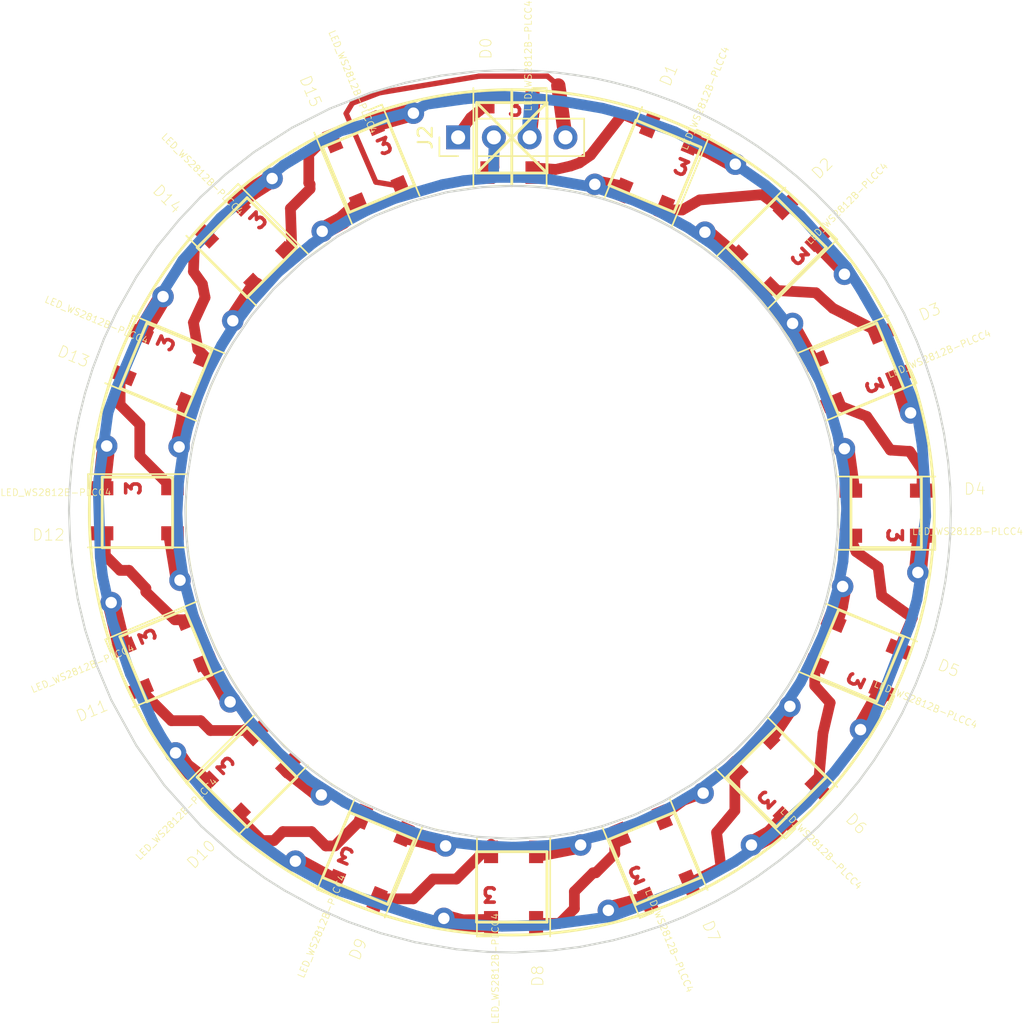
<source format=kicad_pcb>
(kicad_pcb (version 20171130) (host pcbnew "(6.0.0-rc1-dev-454-g181ce46b9)")

  (general
    (thickness 1.6)
    (drawings 280)
    (tracks 337)
    (zones 0)
    (modules 17)
    (nets 20)
  )

  (page A4)
  (layers
    (0 F.Cu signal)
    (31 B.Cu signal)
    (32 B.Adhes user)
    (33 F.Adhes user)
    (34 B.Paste user)
    (35 F.Paste user hide)
    (36 B.SilkS user)
    (37 F.SilkS user)
    (38 B.Mask user)
    (39 F.Mask user hide)
    (40 Dwgs.User user)
    (41 Cmts.User user)
    (42 Eco1.User user)
    (43 Eco2.User user)
    (44 Edge.Cuts user)
    (45 Margin user)
    (46 B.CrtYd user)
    (47 F.CrtYd user)
    (48 B.Fab user)
    (49 F.Fab user)
  )

  (setup
    (last_trace_width 1.27)
    (user_trace_width 0.381)
    (user_trace_width 0.508)
    (user_trace_width 0.762)
    (user_trace_width 1.016)
    (user_trace_width 1.27)
    (user_trace_width 1.524)
    (user_trace_width 1.778)
    (user_trace_width 2.032)
    (trace_clearance 0.8128)
    (zone_clearance 0.508)
    (zone_45_only no)
    (trace_min 0.2)
    (via_size 2.032)
    (via_drill 0.8128)
    (via_min_size 0.4)
    (via_min_drill 0.3)
    (user_via 0.635 0.508)
    (user_via 0.762 0.635)
    (user_via 1.016 0.8128)
    (user_via 1.27 0.8128)
    (user_via 1.524 0.8128)
    (user_via 1.778 0.8128)
    (user_via 2.032 0.8128)
    (user_via 2.286 0.8128)
    (uvia_size 0.3)
    (uvia_drill 0.1)
    (uvias_allowed no)
    (uvia_min_size 0.2)
    (uvia_min_drill 0.1)
    (edge_width 0.15)
    (segment_width 0.2)
    (pcb_text_width 0.3)
    (pcb_text_size 1.5 1.5)
    (mod_edge_width 0.15)
    (mod_text_size 1 1)
    (mod_text_width 0.15)
    (pad_size 12.7 12.7)
    (pad_drill 0)
    (pad_to_mask_clearance 0.2)
    (aux_axis_origin 0 0)
    (visible_elements 7FFFEFFF)
    (pcbplotparams
      (layerselection 0x01000_ffffffff)
      (usegerberextensions false)
      (usegerberattributes false)
      (usegerberadvancedattributes false)
      (creategerberjobfile false)
      (excludeedgelayer true)
      (linewidth 0.100000)
      (plotframeref false)
      (viasonmask false)
      (mode 1)
      (useauxorigin false)
      (hpglpennumber 1)
      (hpglpenspeed 20)
      (hpglpendiameter 15.000000)
      (psnegative false)
      (psa4output false)
      (plotreference true)
      (plotvalue true)
      (plotinvisibletext false)
      (padsonsilk false)
      (subtractmaskfromsilk false)
      (outputformat 1)
      (mirror false)
      (drillshape 0)
      (scaleselection 1)
      (outputdirectory ""))
  )

  (net 0 "")
  (net 1 "Net-(D1-Pad2)")
  (net 2 "Net-(D2-Pad2)")
  (net 3 "Net-(D3-Pad2)")
  (net 4 "Net-(D4-Pad2)")
  (net 5 "Net-(D5-Pad2)")
  (net 6 "Net-(D6-Pad2)")
  (net 7 "Net-(D7-Pad2)")
  (net 8 "Net-(D8-Pad2)")
  (net 9 "Net-(D10-Pad4)")
  (net 10 "Net-(D10-Pad2)")
  (net 11 "Net-(D11-Pad2)")
  (net 12 "Net-(D12-Pad2)")
  (net 13 /WS2812B-16-LED-RING/GND)
  (net 14 /WS2812B-16-LED-RING/DIN)
  (net 15 /WS2812B-16-LED-RING/DOUT)
  (net 16 /WS2812B-16-LED-RING/5V)
  (net 17 "Net-(D0-Pad2)")
  (net 18 "Net-(D14-Pad2)")
  (net 19 "Net-(D13-Pad2)")

  (net_class Default "This is the default net class."
    (clearance 0.8128)
    (trace_width 0.508)
    (via_dia 2.032)
    (via_drill 0.8128)
    (uvia_dia 0.3)
    (uvia_drill 0.1)
    (add_net /WS2812B-16-LED-RING/5V)
    (add_net /WS2812B-16-LED-RING/DIN)
    (add_net /WS2812B-16-LED-RING/DOUT)
    (add_net /WS2812B-16-LED-RING/GND)
    (add_net "Net-(D0-Pad2)")
    (add_net "Net-(D1-Pad2)")
    (add_net "Net-(D10-Pad2)")
    (add_net "Net-(D10-Pad4)")
    (add_net "Net-(D11-Pad2)")
    (add_net "Net-(D12-Pad2)")
    (add_net "Net-(D13-Pad2)")
    (add_net "Net-(D14-Pad2)")
    (add_net "Net-(D2-Pad2)")
    (add_net "Net-(D3-Pad2)")
    (add_net "Net-(D4-Pad2)")
    (add_net "Net-(D5-Pad2)")
    (add_net "Net-(D6-Pad2)")
    (add_net "Net-(D7-Pad2)")
    (add_net "Net-(D8-Pad2)")
  )

  (module LEDs:LED_WS2812B-PLCC4 (layer F.Cu) (tedit 587A6D9E) (tstamp 5B8EB5EF)
    (at 123.825 96.139 202.5)
    (descr http://www.world-semi.com/uploads/soft/150522/1-150522091P5.pdf)
    (tags "LED NeoPixel")
    (path /5B9633CF/5B9641B3)
    (attr smd)
    (fp_text reference D11 (at 6.307 -1.71371 202.5) (layer F.SilkS)
      (effects (font (size 0.802674 0.802674) (thickness 0.05)))
    )
    (fp_text value LED_WS2812B-PLCC4 (at 5.78549 1.29688 202.5) (layer F.SilkS)
      (effects (font (size 0.480622 0.480622) (thickness 0.05)))
    )
    (fp_line (start 3.75 -2.85) (end -3.75 -2.85) (layer F.CrtYd) (width 0.05))
    (fp_line (start 3.75 2.85) (end 3.75 -2.85) (layer F.CrtYd) (width 0.05))
    (fp_line (start -3.75 2.85) (end 3.75 2.85) (layer F.CrtYd) (width 0.05))
    (fp_line (start -3.75 -2.85) (end -3.75 2.85) (layer F.CrtYd) (width 0.05))
    (fp_line (start 2.5 1.5) (end 1.5 2.5) (layer F.Fab) (width 0.1))
    (fp_line (start -2.5 -2.5) (end -2.5 2.5) (layer F.Fab) (width 0.1))
    (fp_line (start -2.5 2.5) (end 2.5 2.5) (layer F.Fab) (width 0.1))
    (fp_line (start 2.5 2.5) (end 2.5 -2.5) (layer F.Fab) (width 0.1))
    (fp_line (start 2.5 -2.5) (end -2.5 -2.5) (layer F.Fab) (width 0.1))
    (fp_line (start -3.5 -2.6) (end 3.5 -2.6) (layer F.SilkS) (width 0.12))
    (fp_line (start -3.5 2.6) (end 3.5 2.6) (layer F.SilkS) (width 0.12))
    (fp_line (start 3.5 2.6) (end 3.5 1.6) (layer F.SilkS) (width 0.12))
    (fp_circle (center 0 0) (end 0 -2) (layer F.Fab) (width 0.1))
    (pad 3 smd rect (at 2.5 1.6 202.5) (size 1.6 1) (layers F.Cu F.Paste F.Mask)
      (net 13 /WS2812B-16-LED-RING/GND))
    (pad 4 smd rect (at 2.5 -1.6 202.5) (size 1.6 1) (layers F.Cu F.Paste F.Mask)
      (net 10 "Net-(D10-Pad2)"))
    (pad 2 smd rect (at -2.5 1.6 202.5) (size 1.6 1) (layers F.Cu F.Paste F.Mask)
      (net 11 "Net-(D11-Pad2)"))
    (pad 1 smd rect (at -2.5 -1.6 202.5) (size 1.6 1) (layers F.Cu F.Paste F.Mask)
      (net 16 /WS2812B-16-LED-RING/5V))
    (model ${KISYS3DMOD}/LEDs.3dshapes/LED_WS2812B-PLCC4.wrl
      (at (xyz 0 0 0))
      (scale (xyz 0.39 0.39 0.39))
      (rotate (xyz 0 0 180))
    )
  )

  (module LEDs:LED_WS2812B-PLCC4 (layer F.Cu) (tedit 587A6D9E) (tstamp 5B8EB5D7)
    (at 121.87 85.94 180)
    (descr http://www.world-semi.com/uploads/soft/150522/1-150522091P5.pdf)
    (tags "LED NeoPixel")
    (path /5B9633CF/5B9641BE)
    (attr smd)
    (fp_text reference D12 (at 6.307 -1.71371 180) (layer F.SilkS)
      (effects (font (size 0.802674 0.802674) (thickness 0.05)))
    )
    (fp_text value LED_WS2812B-PLCC4 (at 5.78549 1.29688 180) (layer F.SilkS)
      (effects (font (size 0.480622 0.480622) (thickness 0.05)))
    )
    (fp_line (start 3.75 -2.85) (end -3.75 -2.85) (layer F.CrtYd) (width 0.05))
    (fp_line (start 3.75 2.85) (end 3.75 -2.85) (layer F.CrtYd) (width 0.05))
    (fp_line (start -3.75 2.85) (end 3.75 2.85) (layer F.CrtYd) (width 0.05))
    (fp_line (start -3.75 -2.85) (end -3.75 2.85) (layer F.CrtYd) (width 0.05))
    (fp_line (start 2.5 1.5) (end 1.5 2.5) (layer F.Fab) (width 0.1))
    (fp_line (start -2.5 -2.5) (end -2.5 2.5) (layer F.Fab) (width 0.1))
    (fp_line (start -2.5 2.5) (end 2.5 2.5) (layer F.Fab) (width 0.1))
    (fp_line (start 2.5 2.5) (end 2.5 -2.5) (layer F.Fab) (width 0.1))
    (fp_line (start 2.5 -2.5) (end -2.5 -2.5) (layer F.Fab) (width 0.1))
    (fp_line (start -3.5 -2.6) (end 3.5 -2.6) (layer F.SilkS) (width 0.12))
    (fp_line (start -3.5 2.6) (end 3.5 2.6) (layer F.SilkS) (width 0.12))
    (fp_line (start 3.5 2.6) (end 3.5 1.6) (layer F.SilkS) (width 0.12))
    (fp_circle (center 0 0) (end 0 -2) (layer F.Fab) (width 0.1))
    (pad 3 smd rect (at 2.5 1.6 180) (size 1.6 1) (layers F.Cu F.Paste F.Mask)
      (net 13 /WS2812B-16-LED-RING/GND))
    (pad 4 smd rect (at 2.5 -1.6 180) (size 1.6 1) (layers F.Cu F.Paste F.Mask)
      (net 11 "Net-(D11-Pad2)"))
    (pad 2 smd rect (at -2.5 1.6 180) (size 1.6 1) (layers F.Cu F.Paste F.Mask)
      (net 12 "Net-(D12-Pad2)"))
    (pad 1 smd rect (at -2.5 -1.6 180) (size 1.6 1) (layers F.Cu F.Paste F.Mask)
      (net 16 /WS2812B-16-LED-RING/5V))
    (model ${KISYS3DMOD}/LEDs.3dshapes/LED_WS2812B-PLCC4.wrl
      (at (xyz 0 0 0))
      (scale (xyz 0.39 0.39 0.39))
      (rotate (xyz 0 0 180))
    )
  )

  (module LEDs:LED_WS2812B-PLCC4 (layer F.Cu) (tedit 587A6D9E) (tstamp 5B8EB5D6)
    (at 123.825 75.819 157.5)
    (descr http://www.world-semi.com/uploads/soft/150522/1-150522091P5.pdf)
    (tags "LED NeoPixel")
    (path /5B9633CF/5B9641C9)
    (attr smd)
    (fp_text reference D13 (at 6.307 -1.71371 157.5) (layer F.SilkS)
      (effects (font (size 0.802674 0.802674) (thickness 0.05)))
    )
    (fp_text value LED_WS2812B-PLCC4 (at 5.78549 1.29688 157.5) (layer F.SilkS)
      (effects (font (size 0.480622 0.480622) (thickness 0.05)))
    )
    (fp_line (start 3.75 -2.85) (end -3.75 -2.85) (layer F.CrtYd) (width 0.05))
    (fp_line (start 3.75 2.85) (end 3.75 -2.85) (layer F.CrtYd) (width 0.05))
    (fp_line (start -3.75 2.85) (end 3.75 2.85) (layer F.CrtYd) (width 0.05))
    (fp_line (start -3.75 -2.85) (end -3.75 2.85) (layer F.CrtYd) (width 0.05))
    (fp_line (start 2.5 1.5) (end 1.5 2.5) (layer F.Fab) (width 0.1))
    (fp_line (start -2.5 -2.5) (end -2.5 2.5) (layer F.Fab) (width 0.1))
    (fp_line (start -2.5 2.5) (end 2.5 2.5) (layer F.Fab) (width 0.1))
    (fp_line (start 2.5 2.5) (end 2.5 -2.5) (layer F.Fab) (width 0.1))
    (fp_line (start 2.5 -2.5) (end -2.5 -2.5) (layer F.Fab) (width 0.1))
    (fp_line (start -3.5 -2.6) (end 3.5 -2.6) (layer F.SilkS) (width 0.12))
    (fp_line (start -3.5 2.6) (end 3.5 2.6) (layer F.SilkS) (width 0.12))
    (fp_line (start 3.5 2.6) (end 3.5 1.6) (layer F.SilkS) (width 0.12))
    (fp_circle (center 0 0) (end 0 -2) (layer F.Fab) (width 0.1))
    (pad 3 smd rect (at 2.5 1.6 157.5) (size 1.6 1) (layers F.Cu F.Paste F.Mask)
      (net 13 /WS2812B-16-LED-RING/GND))
    (pad 4 smd rect (at 2.5 -1.6 157.5) (size 1.6 1) (layers F.Cu F.Paste F.Mask)
      (net 12 "Net-(D12-Pad2)"))
    (pad 2 smd rect (at -2.5 1.6 157.5) (size 1.6 1) (layers F.Cu F.Paste F.Mask)
      (net 19 "Net-(D13-Pad2)"))
    (pad 1 smd rect (at -2.5 -1.6 157.5) (size 1.6 1) (layers F.Cu F.Paste F.Mask)
      (net 16 /WS2812B-16-LED-RING/5V))
    (model ${KISYS3DMOD}/LEDs.3dshapes/LED_WS2812B-PLCC4.wrl
      (at (xyz 0 0 0))
      (scale (xyz 0.39 0.39 0.39))
      (rotate (xyz 0 0 180))
    )
  )

  (module LEDs:LED_WS2812B-PLCC4 (layer F.Cu) (tedit 587A6D9E) (tstamp 5B8EB5BD)
    (at 129.667 67.056 135)
    (descr http://www.world-semi.com/uploads/soft/150522/1-150522091P5.pdf)
    (tags "LED NeoPixel")
    (path /5B9633CF/5B9641D4)
    (attr smd)
    (fp_text reference D14 (at 6.307 -1.713709 135) (layer F.SilkS)
      (effects (font (size 0.802674 0.802674) (thickness 0.05)))
    )
    (fp_text value LED_WS2812B-PLCC4 (at 5.78549 1.29688 135) (layer F.SilkS)
      (effects (font (size 0.480622 0.480622) (thickness 0.05)))
    )
    (fp_line (start 3.75 -2.85) (end -3.75 -2.85) (layer F.CrtYd) (width 0.05))
    (fp_line (start 3.75 2.85) (end 3.75 -2.85) (layer F.CrtYd) (width 0.05))
    (fp_line (start -3.75 2.85) (end 3.75 2.85) (layer F.CrtYd) (width 0.05))
    (fp_line (start -3.75 -2.85) (end -3.75 2.85) (layer F.CrtYd) (width 0.05))
    (fp_line (start 2.5 1.5) (end 1.5 2.5) (layer F.Fab) (width 0.1))
    (fp_line (start -2.5 -2.5) (end -2.5 2.5) (layer F.Fab) (width 0.1))
    (fp_line (start -2.5 2.5) (end 2.5 2.5) (layer F.Fab) (width 0.1))
    (fp_line (start 2.5 2.5) (end 2.5 -2.5) (layer F.Fab) (width 0.1))
    (fp_line (start 2.5 -2.5) (end -2.5 -2.5) (layer F.Fab) (width 0.1))
    (fp_line (start -3.5 -2.6) (end 3.5 -2.6) (layer F.SilkS) (width 0.12))
    (fp_line (start -3.5 2.6) (end 3.5 2.6) (layer F.SilkS) (width 0.12))
    (fp_line (start 3.5 2.6) (end 3.5 1.6) (layer F.SilkS) (width 0.12))
    (fp_circle (center 0 0) (end 0 -2) (layer F.Fab) (width 0.1))
    (pad 3 smd rect (at 2.5 1.6 135) (size 1.6 1) (layers F.Cu F.Paste F.Mask)
      (net 13 /WS2812B-16-LED-RING/GND))
    (pad 4 smd rect (at 2.5 -1.6 135) (size 1.6 1) (layers F.Cu F.Paste F.Mask)
      (net 19 "Net-(D13-Pad2)"))
    (pad 2 smd rect (at -2.5 1.6 135) (size 1.6 1) (layers F.Cu F.Paste F.Mask)
      (net 18 "Net-(D14-Pad2)"))
    (pad 1 smd rect (at -2.5 -1.6 135) (size 1.6 1) (layers F.Cu F.Paste F.Mask)
      (net 16 /WS2812B-16-LED-RING/5V))
    (model ${KISYS3DMOD}/LEDs.3dshapes/LED_WS2812B-PLCC4.wrl
      (at (xyz 0 0 0))
      (scale (xyz 0.39 0.39 0.39))
      (rotate (xyz 0 0 180))
    )
  )

  (module LEDs:LED_WS2812B-PLCC4 (layer F.Cu) (tedit 587A6D9E) (tstamp 5BA12230)
    (at 138.176 61.341 112.5)
    (descr http://www.world-semi.com/uploads/soft/150522/1-150522091P5.pdf)
    (tags "LED NeoPixel")
    (path /5B9633CF/5B9641DF)
    (attr smd)
    (fp_text reference D15 (at 6.307 -1.71371 112.5) (layer F.SilkS)
      (effects (font (size 0.802674 0.802674) (thickness 0.05)))
    )
    (fp_text value LED_WS2812B-PLCC4 (at 5.78549 1.29688 112.5) (layer F.SilkS)
      (effects (font (size 0.480622 0.480622) (thickness 0.05)))
    )
    (fp_line (start 3.75 -2.85) (end -3.75 -2.85) (layer F.CrtYd) (width 0.05))
    (fp_line (start 3.75 2.85) (end 3.75 -2.85) (layer F.CrtYd) (width 0.05))
    (fp_line (start -3.75 2.85) (end 3.75 2.85) (layer F.CrtYd) (width 0.05))
    (fp_line (start -3.75 -2.85) (end -3.75 2.85) (layer F.CrtYd) (width 0.05))
    (fp_line (start 2.5 1.5) (end 1.5 2.5) (layer F.Fab) (width 0.1))
    (fp_line (start -2.5 -2.5) (end -2.5 2.5) (layer F.Fab) (width 0.1))
    (fp_line (start -2.5 2.5) (end 2.5 2.5) (layer F.Fab) (width 0.1))
    (fp_line (start 2.5 2.5) (end 2.5 -2.5) (layer F.Fab) (width 0.1))
    (fp_line (start 2.5 -2.5) (end -2.5 -2.5) (layer F.Fab) (width 0.1))
    (fp_line (start -3.5 -2.6) (end 3.5 -2.6) (layer F.SilkS) (width 0.12))
    (fp_line (start -3.5 2.6) (end 3.5 2.6) (layer F.SilkS) (width 0.12))
    (fp_line (start 3.5 2.6) (end 3.5 1.6) (layer F.SilkS) (width 0.12))
    (fp_circle (center 0 0) (end 0 -2) (layer F.Fab) (width 0.1))
    (pad 3 smd rect (at 2.5 1.6 112.5) (size 1.6 1) (layers F.Cu F.Paste F.Mask)
      (net 13 /WS2812B-16-LED-RING/GND))
    (pad 4 smd rect (at 2.5 -1.6 112.5) (size 1.6 1) (layers F.Cu F.Paste F.Mask)
      (net 18 "Net-(D14-Pad2)"))
    (pad 2 smd rect (at -2.5 1.6 112.5) (size 1.6 1) (layers F.Cu F.Paste F.Mask)
      (net 15 /WS2812B-16-LED-RING/DOUT))
    (pad 1 smd rect (at -2.5 -1.6 112.5) (size 1.6 1) (layers F.Cu F.Paste F.Mask)
      (net 16 /WS2812B-16-LED-RING/5V))
    (model ${KISYS3DMOD}/LEDs.3dshapes/LED_WS2812B-PLCC4.wrl
      (at (xyz 0 0 0))
      (scale (xyz 0.39 0.39 0.39))
      (rotate (xyz 0 0 180))
    )
  )

  (module LEDs:LED_WS2812B-PLCC4 (layer F.Cu) (tedit 587A6D9E) (tstamp 5B8EB574)
    (at 138.38 110.58 247.5)
    (descr http://www.world-semi.com/uploads/soft/150522/1-150522091P5.pdf)
    (tags "LED NeoPixel")
    (path /5B9633CF/5B96419D)
    (attr smd)
    (fp_text reference D9 (at 6.307 -1.71371 247.5) (layer F.SilkS)
      (effects (font (size 0.802674 0.802674) (thickness 0.05)))
    )
    (fp_text value LED_WS2812B-PLCC4 (at 5.78549 1.29688 247.5) (layer F.SilkS)
      (effects (font (size 0.480622 0.480622) (thickness 0.05)))
    )
    (fp_line (start 3.75 -2.85) (end -3.75 -2.85) (layer F.CrtYd) (width 0.05))
    (fp_line (start 3.75 2.85) (end 3.75 -2.85) (layer F.CrtYd) (width 0.05))
    (fp_line (start -3.75 2.85) (end 3.75 2.85) (layer F.CrtYd) (width 0.05))
    (fp_line (start -3.75 -2.85) (end -3.75 2.85) (layer F.CrtYd) (width 0.05))
    (fp_line (start 2.5 1.5) (end 1.5 2.5) (layer F.Fab) (width 0.1))
    (fp_line (start -2.5 -2.5) (end -2.5 2.5) (layer F.Fab) (width 0.1))
    (fp_line (start -2.5 2.5) (end 2.5 2.5) (layer F.Fab) (width 0.1))
    (fp_line (start 2.5 2.5) (end 2.5 -2.5) (layer F.Fab) (width 0.1))
    (fp_line (start 2.5 -2.5) (end -2.5 -2.5) (layer F.Fab) (width 0.1))
    (fp_line (start -3.5 -2.6) (end 3.5 -2.6) (layer F.SilkS) (width 0.12))
    (fp_line (start -3.5 2.6) (end 3.5 2.6) (layer F.SilkS) (width 0.12))
    (fp_line (start 3.5 2.6) (end 3.5 1.6) (layer F.SilkS) (width 0.12))
    (fp_circle (center 0 0) (end 0 -2) (layer F.Fab) (width 0.1))
    (pad 3 smd rect (at 2.5 1.6 247.5) (size 1.6 1) (layers F.Cu F.Paste F.Mask)
      (net 13 /WS2812B-16-LED-RING/GND))
    (pad 4 smd rect (at 2.5 -1.6 247.5) (size 1.6 1) (layers F.Cu F.Paste F.Mask)
      (net 8 "Net-(D8-Pad2)"))
    (pad 2 smd rect (at -2.5 1.6 247.5) (size 1.6 1) (layers F.Cu F.Paste F.Mask)
      (net 9 "Net-(D10-Pad4)"))
    (pad 1 smd rect (at -2.5 -1.6 247.5) (size 1.6 1) (layers F.Cu F.Paste F.Mask)
      (net 16 /WS2812B-16-LED-RING/5V))
    (model ${KISYS3DMOD}/LEDs.3dshapes/LED_WS2812B-PLCC4.wrl
      (at (xyz 0 0 0))
      (scale (xyz 0.39 0.39 0.39))
      (rotate (xyz 0 0 180))
    )
  )

  (module LEDs:LED_WS2812B-PLCC4 (layer F.Cu) (tedit 587A6D9E) (tstamp 5B8EB55C)
    (at 148.59 112.649 270)
    (descr http://www.world-semi.com/uploads/soft/150522/1-150522091P5.pdf)
    (tags "LED NeoPixel")
    (path /5B9633CF/5B964192)
    (attr smd)
    (fp_text reference D8 (at 6.307 -1.71371 270) (layer F.SilkS)
      (effects (font (size 0.802674 0.802674) (thickness 0.05)))
    )
    (fp_text value LED_WS2812B-PLCC4 (at 5.78549 1.29688 270) (layer F.SilkS)
      (effects (font (size 0.480622 0.480622) (thickness 0.05)))
    )
    (fp_line (start 3.75 -2.85) (end -3.75 -2.85) (layer F.CrtYd) (width 0.05))
    (fp_line (start 3.75 2.85) (end 3.75 -2.85) (layer F.CrtYd) (width 0.05))
    (fp_line (start -3.75 2.85) (end 3.75 2.85) (layer F.CrtYd) (width 0.05))
    (fp_line (start -3.75 -2.85) (end -3.75 2.85) (layer F.CrtYd) (width 0.05))
    (fp_line (start 2.5 1.5) (end 1.5 2.5) (layer F.Fab) (width 0.1))
    (fp_line (start -2.5 -2.5) (end -2.5 2.5) (layer F.Fab) (width 0.1))
    (fp_line (start -2.5 2.5) (end 2.5 2.5) (layer F.Fab) (width 0.1))
    (fp_line (start 2.5 2.5) (end 2.5 -2.5) (layer F.Fab) (width 0.1))
    (fp_line (start 2.5 -2.5) (end -2.5 -2.5) (layer F.Fab) (width 0.1))
    (fp_line (start -3.5 -2.6) (end 3.5 -2.6) (layer F.SilkS) (width 0.12))
    (fp_line (start -3.5 2.6) (end 3.5 2.6) (layer F.SilkS) (width 0.12))
    (fp_line (start 3.5 2.6) (end 3.5 1.6) (layer F.SilkS) (width 0.12))
    (fp_circle (center 0 0) (end 0 -2) (layer F.Fab) (width 0.1))
    (pad 3 smd rect (at 2.5 1.6 270) (size 1.6 1) (layers F.Cu F.Paste F.Mask)
      (net 13 /WS2812B-16-LED-RING/GND))
    (pad 4 smd rect (at 2.5 -1.6 270) (size 1.6 1) (layers F.Cu F.Paste F.Mask)
      (net 7 "Net-(D7-Pad2)"))
    (pad 2 smd rect (at -2.5 1.6 270) (size 1.6 1) (layers F.Cu F.Paste F.Mask)
      (net 8 "Net-(D8-Pad2)"))
    (pad 1 smd rect (at -2.5 -1.6 270) (size 1.6 1) (layers F.Cu F.Paste F.Mask)
      (net 16 /WS2812B-16-LED-RING/5V))
    (model ${KISYS3DMOD}/LEDs.3dshapes/LED_WS2812B-PLCC4.wrl
      (at (xyz 0 0 0))
      (scale (xyz 0.39 0.39 0.39))
      (rotate (xyz 0 0 180))
    )
  )

  (module LEDs:LED_WS2812B-PLCC4 (layer F.Cu) (tedit 587A6D9E) (tstamp 5B8EB544)
    (at 158.623 110.617 292.5)
    (descr http://www.world-semi.com/uploads/soft/150522/1-150522091P5.pdf)
    (tags "LED NeoPixel")
    (path /5B9633CF/5B963A26)
    (attr smd)
    (fp_text reference D7 (at 6.307 -1.71371 292.5) (layer F.SilkS)
      (effects (font (size 0.802674 0.802674) (thickness 0.05)))
    )
    (fp_text value LED_WS2812B-PLCC4 (at 5.78549 1.29688 292.5) (layer F.SilkS)
      (effects (font (size 0.480622 0.480622) (thickness 0.05)))
    )
    (fp_line (start 3.75 -2.85) (end -3.75 -2.85) (layer F.CrtYd) (width 0.05))
    (fp_line (start 3.75 2.85) (end 3.75 -2.85) (layer F.CrtYd) (width 0.05))
    (fp_line (start -3.75 2.85) (end 3.75 2.85) (layer F.CrtYd) (width 0.05))
    (fp_line (start -3.75 -2.85) (end -3.75 2.85) (layer F.CrtYd) (width 0.05))
    (fp_line (start 2.5 1.5) (end 1.5 2.5) (layer F.Fab) (width 0.1))
    (fp_line (start -2.5 -2.5) (end -2.5 2.5) (layer F.Fab) (width 0.1))
    (fp_line (start -2.5 2.5) (end 2.5 2.5) (layer F.Fab) (width 0.1))
    (fp_line (start 2.5 2.5) (end 2.5 -2.5) (layer F.Fab) (width 0.1))
    (fp_line (start 2.5 -2.5) (end -2.5 -2.5) (layer F.Fab) (width 0.1))
    (fp_line (start -3.5 -2.6) (end 3.5 -2.6) (layer F.SilkS) (width 0.12))
    (fp_line (start -3.5 2.6) (end 3.5 2.6) (layer F.SilkS) (width 0.12))
    (fp_line (start 3.5 2.6) (end 3.5 1.6) (layer F.SilkS) (width 0.12))
    (fp_circle (center 0 0) (end 0 -2) (layer F.Fab) (width 0.1))
    (pad 3 smd rect (at 2.5 1.6 292.5) (size 1.6 1) (layers F.Cu F.Paste F.Mask)
      (net 13 /WS2812B-16-LED-RING/GND))
    (pad 4 smd rect (at 2.5 -1.6 292.5) (size 1.6 1) (layers F.Cu F.Paste F.Mask)
      (net 6 "Net-(D6-Pad2)"))
    (pad 2 smd rect (at -2.5 1.6 292.5) (size 1.6 1) (layers F.Cu F.Paste F.Mask)
      (net 7 "Net-(D7-Pad2)"))
    (pad 1 smd rect (at -2.5 -1.6 292.5) (size 1.6 1) (layers F.Cu F.Paste F.Mask)
      (net 16 /WS2812B-16-LED-RING/5V))
    (model ${KISYS3DMOD}/LEDs.3dshapes/LED_WS2812B-PLCC4.wrl
      (at (xyz 0 0 0))
      (scale (xyz 0.39 0.39 0.39))
      (rotate (xyz 0 0 180))
    )
  )

  (module LEDs:LED_WS2812B-PLCC4 (layer F.Cu) (tedit 587A6D9E) (tstamp 5B8EB52C)
    (at 167.259 104.902 315)
    (descr http://www.world-semi.com/uploads/soft/150522/1-150522091P5.pdf)
    (tags "LED NeoPixel")
    (path /5B9633CF/5B963962)
    (attr smd)
    (fp_text reference D6 (at 6.307 -1.713709 315) (layer F.SilkS)
      (effects (font (size 0.802674 0.802674) (thickness 0.05)))
    )
    (fp_text value LED_WS2812B-PLCC4 (at 5.78549 1.29688 315) (layer F.SilkS)
      (effects (font (size 0.480622 0.480622) (thickness 0.05)))
    )
    (fp_line (start 3.75 -2.85) (end -3.75 -2.85) (layer F.CrtYd) (width 0.05))
    (fp_line (start 3.75 2.85) (end 3.75 -2.85) (layer F.CrtYd) (width 0.05))
    (fp_line (start -3.75 2.85) (end 3.75 2.85) (layer F.CrtYd) (width 0.05))
    (fp_line (start -3.75 -2.85) (end -3.75 2.85) (layer F.CrtYd) (width 0.05))
    (fp_line (start 2.5 1.5) (end 1.5 2.5) (layer F.Fab) (width 0.1))
    (fp_line (start -2.5 -2.5) (end -2.5 2.5) (layer F.Fab) (width 0.1))
    (fp_line (start -2.5 2.5) (end 2.5 2.5) (layer F.Fab) (width 0.1))
    (fp_line (start 2.5 2.5) (end 2.5 -2.5) (layer F.Fab) (width 0.1))
    (fp_line (start 2.5 -2.5) (end -2.5 -2.5) (layer F.Fab) (width 0.1))
    (fp_line (start -3.5 -2.6) (end 3.5 -2.6) (layer F.SilkS) (width 0.12))
    (fp_line (start -3.5 2.6) (end 3.5 2.6) (layer F.SilkS) (width 0.12))
    (fp_line (start 3.5 2.6) (end 3.5 1.6) (layer F.SilkS) (width 0.12))
    (fp_circle (center 0 0) (end 0 -2) (layer F.Fab) (width 0.1))
    (pad 3 smd rect (at 2.5 1.6 315) (size 1.6 1) (layers F.Cu F.Paste F.Mask)
      (net 13 /WS2812B-16-LED-RING/GND))
    (pad 4 smd rect (at 2.5 -1.6 315) (size 1.6 1) (layers F.Cu F.Paste F.Mask)
      (net 5 "Net-(D5-Pad2)"))
    (pad 2 smd rect (at -2.5 1.6 315) (size 1.6 1) (layers F.Cu F.Paste F.Mask)
      (net 6 "Net-(D6-Pad2)"))
    (pad 1 smd rect (at -2.5 -1.6 315) (size 1.6 1) (layers F.Cu F.Paste F.Mask)
      (net 16 /WS2812B-16-LED-RING/5V))
    (model ${KISYS3DMOD}/LEDs.3dshapes/LED_WS2812B-PLCC4.wrl
      (at (xyz 0 0 0))
      (scale (xyz 0.39 0.39 0.39))
      (rotate (xyz 0 0 180))
    )
  )

  (module LEDs:LED_WS2812B-PLCC4 (layer F.Cu) (tedit 587A6D9E) (tstamp 5B8EB514)
    (at 129.667 104.648 225)
    (descr http://www.world-semi.com/uploads/soft/150522/1-150522091P5.pdf)
    (tags "LED NeoPixel")
    (path /5B9633CF/5B9641A8)
    (attr smd)
    (fp_text reference D10 (at 6.307 -1.713709 225) (layer F.SilkS)
      (effects (font (size 0.802674 0.802674) (thickness 0.05)))
    )
    (fp_text value LED_WS2812B-PLCC4 (at 5.78549 1.29688 225) (layer F.SilkS)
      (effects (font (size 0.480622 0.480622) (thickness 0.05)))
    )
    (fp_line (start 3.75 -2.85) (end -3.75 -2.85) (layer F.CrtYd) (width 0.05))
    (fp_line (start 3.75 2.85) (end 3.75 -2.85) (layer F.CrtYd) (width 0.05))
    (fp_line (start -3.75 2.85) (end 3.75 2.85) (layer F.CrtYd) (width 0.05))
    (fp_line (start -3.75 -2.85) (end -3.75 2.85) (layer F.CrtYd) (width 0.05))
    (fp_line (start 2.5 1.5) (end 1.5 2.5) (layer F.Fab) (width 0.1))
    (fp_line (start -2.5 -2.5) (end -2.5 2.5) (layer F.Fab) (width 0.1))
    (fp_line (start -2.5 2.5) (end 2.5 2.5) (layer F.Fab) (width 0.1))
    (fp_line (start 2.5 2.5) (end 2.5 -2.5) (layer F.Fab) (width 0.1))
    (fp_line (start 2.5 -2.5) (end -2.5 -2.5) (layer F.Fab) (width 0.1))
    (fp_line (start -3.5 -2.6) (end 3.5 -2.6) (layer F.SilkS) (width 0.12))
    (fp_line (start -3.5 2.6) (end 3.5 2.6) (layer F.SilkS) (width 0.12))
    (fp_line (start 3.5 2.6) (end 3.5 1.6) (layer F.SilkS) (width 0.12))
    (fp_circle (center 0 0) (end 0 -2) (layer F.Fab) (width 0.1))
    (pad 3 smd rect (at 2.5 1.6 225) (size 1.6 1) (layers F.Cu F.Paste F.Mask)
      (net 13 /WS2812B-16-LED-RING/GND))
    (pad 4 smd rect (at 2.5 -1.6 225) (size 1.6 1) (layers F.Cu F.Paste F.Mask)
      (net 9 "Net-(D10-Pad4)"))
    (pad 2 smd rect (at -2.5 1.6 225) (size 1.6 1) (layers F.Cu F.Paste F.Mask)
      (net 10 "Net-(D10-Pad2)"))
    (pad 1 smd rect (at -2.5 -1.6 225) (size 1.6 1) (layers F.Cu F.Paste F.Mask)
      (net 16 /WS2812B-16-LED-RING/5V))
    (model ${KISYS3DMOD}/LEDs.3dshapes/LED_WS2812B-PLCC4.wrl
      (at (xyz 0 0 0))
      (scale (xyz 0.39 0.39 0.39))
      (rotate (xyz 0 0 180))
    )
  )

  (module LEDs:LED_WS2812B-PLCC4 (layer F.Cu) (tedit 587A6D9E) (tstamp 5B8EB4FC)
    (at 175.04 86.11)
    (descr http://www.world-semi.com/uploads/soft/150522/1-150522091P5.pdf)
    (tags "LED NeoPixel")
    (path /5B9633CF/5B963836)
    (attr smd)
    (fp_text reference D4 (at 6.307 -1.71371) (layer F.SilkS)
      (effects (font (size 0.802674 0.802674) (thickness 0.05)))
    )
    (fp_text value LED_WS2812B-PLCC4 (at 5.78549 1.29688) (layer F.SilkS)
      (effects (font (size 0.480622 0.480622) (thickness 0.05)))
    )
    (fp_line (start 3.75 -2.85) (end -3.75 -2.85) (layer F.CrtYd) (width 0.05))
    (fp_line (start 3.75 2.85) (end 3.75 -2.85) (layer F.CrtYd) (width 0.05))
    (fp_line (start -3.75 2.85) (end 3.75 2.85) (layer F.CrtYd) (width 0.05))
    (fp_line (start -3.75 -2.85) (end -3.75 2.85) (layer F.CrtYd) (width 0.05))
    (fp_line (start 2.5 1.5) (end 1.5 2.5) (layer F.Fab) (width 0.1))
    (fp_line (start -2.5 -2.5) (end -2.5 2.5) (layer F.Fab) (width 0.1))
    (fp_line (start -2.5 2.5) (end 2.5 2.5) (layer F.Fab) (width 0.1))
    (fp_line (start 2.5 2.5) (end 2.5 -2.5) (layer F.Fab) (width 0.1))
    (fp_line (start 2.5 -2.5) (end -2.5 -2.5) (layer F.Fab) (width 0.1))
    (fp_line (start -3.5 -2.6) (end 3.5 -2.6) (layer F.SilkS) (width 0.12))
    (fp_line (start -3.5 2.6) (end 3.5 2.6) (layer F.SilkS) (width 0.12))
    (fp_line (start 3.5 2.6) (end 3.5 1.6) (layer F.SilkS) (width 0.12))
    (fp_circle (center 0 0) (end 0 -2) (layer F.Fab) (width 0.1))
    (pad 3 smd rect (at 2.5 1.6) (size 1.6 1) (layers F.Cu F.Paste F.Mask)
      (net 13 /WS2812B-16-LED-RING/GND))
    (pad 4 smd rect (at 2.5 -1.6) (size 1.6 1) (layers F.Cu F.Paste F.Mask)
      (net 3 "Net-(D3-Pad2)"))
    (pad 2 smd rect (at -2.5 1.6) (size 1.6 1) (layers F.Cu F.Paste F.Mask)
      (net 4 "Net-(D4-Pad2)"))
    (pad 1 smd rect (at -2.5 -1.6) (size 1.6 1) (layers F.Cu F.Paste F.Mask)
      (net 16 /WS2812B-16-LED-RING/5V))
    (model ${KISYS3DMOD}/LEDs.3dshapes/LED_WS2812B-PLCC4.wrl
      (at (xyz 0 0 0))
      (scale (xyz 0.39 0.39 0.39))
      (rotate (xyz 0 0 180))
    )
  )

  (module LEDs:LED_WS2812B-PLCC4 (layer F.Cu) (tedit 587A6D9E) (tstamp 5B8EB4E4)
    (at 172.974 75.819 22.5)
    (descr http://www.world-semi.com/uploads/soft/150522/1-150522091P5.pdf)
    (tags "LED NeoPixel")
    (path /5B9633CF/5B963797)
    (attr smd)
    (fp_text reference D3 (at 6.307 -1.71371 22.5) (layer F.SilkS)
      (effects (font (size 0.802674 0.802674) (thickness 0.05)))
    )
    (fp_text value LED_WS2812B-PLCC4 (at 5.78549 1.29688 22.5) (layer F.SilkS)
      (effects (font (size 0.480622 0.480622) (thickness 0.05)))
    )
    (fp_line (start 3.75 -2.85) (end -3.75 -2.85) (layer F.CrtYd) (width 0.05))
    (fp_line (start 3.75 2.85) (end 3.75 -2.85) (layer F.CrtYd) (width 0.05))
    (fp_line (start -3.75 2.85) (end 3.75 2.85) (layer F.CrtYd) (width 0.05))
    (fp_line (start -3.75 -2.85) (end -3.75 2.85) (layer F.CrtYd) (width 0.05))
    (fp_line (start 2.5 1.5) (end 1.5 2.5) (layer F.Fab) (width 0.1))
    (fp_line (start -2.5 -2.5) (end -2.5 2.5) (layer F.Fab) (width 0.1))
    (fp_line (start -2.5 2.5) (end 2.5 2.5) (layer F.Fab) (width 0.1))
    (fp_line (start 2.5 2.5) (end 2.5 -2.5) (layer F.Fab) (width 0.1))
    (fp_line (start 2.5 -2.5) (end -2.5 -2.5) (layer F.Fab) (width 0.1))
    (fp_line (start -3.5 -2.6) (end 3.5 -2.6) (layer F.SilkS) (width 0.12))
    (fp_line (start -3.5 2.6) (end 3.5 2.6) (layer F.SilkS) (width 0.12))
    (fp_line (start 3.5 2.6) (end 3.5 1.6) (layer F.SilkS) (width 0.12))
    (fp_circle (center 0 0) (end 0 -2) (layer F.Fab) (width 0.1))
    (pad 3 smd rect (at 2.5 1.6 22.5) (size 1.6 1) (layers F.Cu F.Paste F.Mask)
      (net 13 /WS2812B-16-LED-RING/GND))
    (pad 4 smd rect (at 2.5 -1.6 22.5) (size 1.6 1) (layers F.Cu F.Paste F.Mask)
      (net 2 "Net-(D2-Pad2)"))
    (pad 2 smd rect (at -2.5 1.6 22.5) (size 1.6 1) (layers F.Cu F.Paste F.Mask)
      (net 3 "Net-(D3-Pad2)"))
    (pad 1 smd rect (at -2.5 -1.6 22.5) (size 1.6 1) (layers F.Cu F.Paste F.Mask)
      (net 16 /WS2812B-16-LED-RING/5V))
    (model ${KISYS3DMOD}/LEDs.3dshapes/LED_WS2812B-PLCC4.wrl
      (at (xyz 0 0 0))
      (scale (xyz 0.39 0.39 0.39))
      (rotate (xyz 0 0 180))
    )
  )

  (module LEDs:LED_WS2812B-PLCC4 (layer F.Cu) (tedit 587A6D9E) (tstamp 5B8EB4CC)
    (at 167.259 67.31 45)
    (descr http://www.world-semi.com/uploads/soft/150522/1-150522091P5.pdf)
    (tags "LED NeoPixel")
    (path /5B9633CF/5B9636E2)
    (attr smd)
    (fp_text reference D2 (at 6.307 -1.713709 45) (layer F.SilkS)
      (effects (font (size 0.802674 0.802674) (thickness 0.05)))
    )
    (fp_text value LED_WS2812B-PLCC4 (at 5.78549 1.29688 45) (layer F.SilkS)
      (effects (font (size 0.480622 0.480622) (thickness 0.05)))
    )
    (fp_line (start 3.75 -2.85) (end -3.75 -2.85) (layer F.CrtYd) (width 0.05))
    (fp_line (start 3.75 2.85) (end 3.75 -2.85) (layer F.CrtYd) (width 0.05))
    (fp_line (start -3.75 2.85) (end 3.75 2.85) (layer F.CrtYd) (width 0.05))
    (fp_line (start -3.75 -2.85) (end -3.75 2.85) (layer F.CrtYd) (width 0.05))
    (fp_line (start 2.5 1.5) (end 1.5 2.5) (layer F.Fab) (width 0.1))
    (fp_line (start -2.5 -2.5) (end -2.5 2.5) (layer F.Fab) (width 0.1))
    (fp_line (start -2.5 2.5) (end 2.5 2.5) (layer F.Fab) (width 0.1))
    (fp_line (start 2.5 2.5) (end 2.5 -2.5) (layer F.Fab) (width 0.1))
    (fp_line (start 2.5 -2.5) (end -2.5 -2.5) (layer F.Fab) (width 0.1))
    (fp_line (start -3.5 -2.6) (end 3.5 -2.6) (layer F.SilkS) (width 0.12))
    (fp_line (start -3.5 2.6) (end 3.5 2.6) (layer F.SilkS) (width 0.12))
    (fp_line (start 3.5 2.6) (end 3.5 1.6) (layer F.SilkS) (width 0.12))
    (fp_circle (center 0 0) (end 0 -2) (layer F.Fab) (width 0.1))
    (pad 3 smd rect (at 2.5 1.6 45) (size 1.6 1) (layers F.Cu F.Paste F.Mask)
      (net 13 /WS2812B-16-LED-RING/GND))
    (pad 4 smd rect (at 2.5 -1.6 45) (size 1.6 1) (layers F.Cu F.Paste F.Mask)
      (net 1 "Net-(D1-Pad2)"))
    (pad 2 smd rect (at -2.5 1.6 45) (size 1.6 1) (layers F.Cu F.Paste F.Mask)
      (net 2 "Net-(D2-Pad2)"))
    (pad 1 smd rect (at -2.5 -1.6 45) (size 1.6 1) (layers F.Cu F.Paste F.Mask)
      (net 16 /WS2812B-16-LED-RING/5V))
    (model ${KISYS3DMOD}/LEDs.3dshapes/LED_WS2812B-PLCC4.wrl
      (at (xyz 0 0 0))
      (scale (xyz 0.39 0.39 0.39))
      (rotate (xyz 0 0 180))
    )
  )

  (module LEDs:LED_WS2812B-PLCC4 (layer F.Cu) (tedit 587A6D9E) (tstamp 5B8EB4B4)
    (at 158.78 61.51 67.5)
    (descr http://www.world-semi.com/uploads/soft/150522/1-150522091P5.pdf)
    (tags "LED NeoPixel")
    (path /5B9633CF/5B9635A7)
    (attr smd)
    (fp_text reference D1 (at 6.307 -1.71371 67.5) (layer F.SilkS)
      (effects (font (size 0.802674 0.802674) (thickness 0.05)))
    )
    (fp_text value LED_WS2812B-PLCC4 (at 5.78549 1.29688 67.5) (layer F.SilkS)
      (effects (font (size 0.480622 0.480622) (thickness 0.05)))
    )
    (fp_line (start 3.75 -2.85) (end -3.75 -2.85) (layer F.CrtYd) (width 0.05))
    (fp_line (start 3.75 2.85) (end 3.75 -2.85) (layer F.CrtYd) (width 0.05))
    (fp_line (start -3.75 2.85) (end 3.75 2.85) (layer F.CrtYd) (width 0.05))
    (fp_line (start -3.75 -2.85) (end -3.75 2.85) (layer F.CrtYd) (width 0.05))
    (fp_line (start 2.5 1.5) (end 1.5 2.5) (layer F.Fab) (width 0.1))
    (fp_line (start -2.5 -2.5) (end -2.5 2.5) (layer F.Fab) (width 0.1))
    (fp_line (start -2.5 2.5) (end 2.5 2.5) (layer F.Fab) (width 0.1))
    (fp_line (start 2.5 2.5) (end 2.5 -2.5) (layer F.Fab) (width 0.1))
    (fp_line (start 2.5 -2.5) (end -2.5 -2.5) (layer F.Fab) (width 0.1))
    (fp_line (start -3.5 -2.6) (end 3.5 -2.6) (layer F.SilkS) (width 0.12))
    (fp_line (start -3.5 2.6) (end 3.5 2.6) (layer F.SilkS) (width 0.12))
    (fp_line (start 3.5 2.6) (end 3.5 1.6) (layer F.SilkS) (width 0.12))
    (fp_circle (center 0 0) (end 0 -2) (layer F.Fab) (width 0.1))
    (pad 3 smd rect (at 2.5 1.6 67.5) (size 1.6 1) (layers F.Cu F.Paste F.Mask)
      (net 13 /WS2812B-16-LED-RING/GND))
    (pad 4 smd rect (at 2.5 -1.6 67.5) (size 1.6 1) (layers F.Cu F.Paste F.Mask)
      (net 17 "Net-(D0-Pad2)"))
    (pad 2 smd rect (at -2.5 1.6 67.5) (size 1.6 1) (layers F.Cu F.Paste F.Mask)
      (net 1 "Net-(D1-Pad2)"))
    (pad 1 smd rect (at -2.5 -1.6 67.5) (size 1.6 1) (layers F.Cu F.Paste F.Mask)
      (net 16 /WS2812B-16-LED-RING/5V))
    (model ${KISYS3DMOD}/LEDs.3dshapes/LED_WS2812B-PLCC4.wrl
      (at (xyz 0 0 0))
      (scale (xyz 0.39 0.39 0.39))
      (rotate (xyz 0 0 180))
    )
  )

  (module LEDs:LED_WS2812B-PLCC4 (layer F.Cu) (tedit 587A6D9E) (tstamp 5B8EB4B3)
    (at 148.336 59.436 90)
    (descr http://www.world-semi.com/uploads/soft/150522/1-150522091P5.pdf)
    (tags "LED NeoPixel")
    (path /5B9633CF/5B9634C8)
    (attr smd)
    (fp_text reference D0 (at 6.307 -1.71371 90) (layer F.SilkS)
      (effects (font (size 0.802674 0.802674) (thickness 0.05)))
    )
    (fp_text value LED_WS2812B-PLCC4 (at 5.78549 1.29688 90) (layer F.SilkS)
      (effects (font (size 0.480622 0.480622) (thickness 0.05)))
    )
    (fp_line (start 3.75 -2.85) (end -3.75 -2.85) (layer F.CrtYd) (width 0.05))
    (fp_line (start 3.75 2.85) (end 3.75 -2.85) (layer F.CrtYd) (width 0.05))
    (fp_line (start -3.75 2.85) (end 3.75 2.85) (layer F.CrtYd) (width 0.05))
    (fp_line (start -3.75 -2.85) (end -3.75 2.85) (layer F.CrtYd) (width 0.05))
    (fp_line (start 2.5 1.5) (end 1.5 2.5) (layer F.Fab) (width 0.1))
    (fp_line (start -2.5 -2.5) (end -2.5 2.5) (layer F.Fab) (width 0.1))
    (fp_line (start -2.5 2.5) (end 2.5 2.5) (layer F.Fab) (width 0.1))
    (fp_line (start 2.5 2.5) (end 2.5 -2.5) (layer F.Fab) (width 0.1))
    (fp_line (start 2.5 -2.5) (end -2.5 -2.5) (layer F.Fab) (width 0.1))
    (fp_line (start -3.5 -2.6) (end 3.5 -2.6) (layer F.SilkS) (width 0.12))
    (fp_line (start -3.5 2.6) (end 3.5 2.6) (layer F.SilkS) (width 0.12))
    (fp_line (start 3.5 2.6) (end 3.5 1.6) (layer F.SilkS) (width 0.12))
    (fp_circle (center 0 0) (end 0 -2) (layer F.Fab) (width 0.1))
    (pad 3 smd rect (at 2.5 1.6 90) (size 1.6 1) (layers F.Cu F.Paste F.Mask)
      (net 13 /WS2812B-16-LED-RING/GND))
    (pad 4 smd rect (at 2.5 -1.6 90) (size 1.6 1) (layers F.Cu F.Paste F.Mask)
      (net 14 /WS2812B-16-LED-RING/DIN))
    (pad 2 smd rect (at -2.5 1.6 90) (size 1.6 1) (layers F.Cu F.Paste F.Mask)
      (net 17 "Net-(D0-Pad2)"))
    (pad 1 smd rect (at -2.5 -1.6 90) (size 1.6 1) (layers F.Cu F.Paste F.Mask)
      (net 16 /WS2812B-16-LED-RING/5V))
    (model ${KISYS3DMOD}/LEDs.3dshapes/LED_WS2812B-PLCC4.wrl
      (at (xyz 0 0 0))
      (scale (xyz 0.39 0.39 0.39))
      (rotate (xyz 0 0 180))
    )
  )

  (module LEDs:LED_WS2812B-PLCC4 (layer F.Cu) (tedit 587A6D9E) (tstamp 5B8EB483)
    (at 173.01 96.28 337.5)
    (descr http://www.world-semi.com/uploads/soft/150522/1-150522091P5.pdf)
    (tags "LED NeoPixel")
    (path /5B9633CF/5B9638D5)
    (attr smd)
    (fp_text reference D5 (at 6.307 -1.71371 337.5) (layer F.SilkS)
      (effects (font (size 0.802674 0.802674) (thickness 0.05)))
    )
    (fp_text value LED_WS2812B-PLCC4 (at 5.78549 1.29688 337.5) (layer F.SilkS)
      (effects (font (size 0.480622 0.480622) (thickness 0.05)))
    )
    (fp_line (start 3.75 -2.85) (end -3.75 -2.85) (layer F.CrtYd) (width 0.05))
    (fp_line (start 3.75 2.85) (end 3.75 -2.85) (layer F.CrtYd) (width 0.05))
    (fp_line (start -3.75 2.85) (end 3.75 2.85) (layer F.CrtYd) (width 0.05))
    (fp_line (start -3.75 -2.85) (end -3.75 2.85) (layer F.CrtYd) (width 0.05))
    (fp_line (start 2.5 1.5) (end 1.5 2.5) (layer F.Fab) (width 0.1))
    (fp_line (start -2.5 -2.5) (end -2.5 2.5) (layer F.Fab) (width 0.1))
    (fp_line (start -2.5 2.5) (end 2.5 2.5) (layer F.Fab) (width 0.1))
    (fp_line (start 2.5 2.5) (end 2.5 -2.5) (layer F.Fab) (width 0.1))
    (fp_line (start 2.5 -2.5) (end -2.5 -2.5) (layer F.Fab) (width 0.1))
    (fp_line (start -3.5 -2.6) (end 3.5 -2.6) (layer F.SilkS) (width 0.12))
    (fp_line (start -3.5 2.6) (end 3.5 2.6) (layer F.SilkS) (width 0.12))
    (fp_line (start 3.5 2.6) (end 3.5 1.6) (layer F.SilkS) (width 0.12))
    (fp_circle (center 0 0) (end 0 -2) (layer F.Fab) (width 0.1))
    (pad 3 smd rect (at 2.5 1.6 337.5) (size 1.6 1) (layers F.Cu F.Paste F.Mask)
      (net 13 /WS2812B-16-LED-RING/GND))
    (pad 4 smd rect (at 2.5 -1.6 337.5) (size 1.6 1) (layers F.Cu F.Paste F.Mask)
      (net 4 "Net-(D4-Pad2)"))
    (pad 2 smd rect (at -2.5 1.6 337.5) (size 1.6 1) (layers F.Cu F.Paste F.Mask)
      (net 5 "Net-(D5-Pad2)"))
    (pad 1 smd rect (at -2.5 -1.6 337.5) (size 1.6 1) (layers F.Cu F.Paste F.Mask)
      (net 16 /WS2812B-16-LED-RING/5V))
    (model ${KISYS3DMOD}/LEDs.3dshapes/LED_WS2812B-PLCC4.wrl
      (at (xyz 0 0 0))
      (scale (xyz 0.39 0.39 0.39))
      (rotate (xyz 0 0 180))
    )
  )

  (module Pin_Headers:Pin_Header_Straight_1x04_Pitch2.54mm (layer F.Cu) (tedit 59650532) (tstamp 5BA1253F)
    (at 144.653 59.436 90)
    (descr "Through hole straight pin header, 1x04, 2.54mm pitch, single row")
    (tags "Through hole pin header THT 1x04 2.54mm single row")
    (path /5B9633CF/5B9A091E)
    (fp_text reference J2 (at 0 -2.33 90) (layer F.SilkS)
      (effects (font (size 1 1) (thickness 0.15)))
    )
    (fp_text value ~ (at 0 9.95 90) (layer F.Fab)
      (effects (font (size 1 1) (thickness 0.15)))
    )
    (fp_text user %R (at 0 3.81 -180) (layer F.Fab)
      (effects (font (size 1 1) (thickness 0.15)))
    )
    (fp_line (start 1.8 -1.8) (end -1.8 -1.8) (layer F.CrtYd) (width 0.05))
    (fp_line (start 1.8 9.4) (end 1.8 -1.8) (layer F.CrtYd) (width 0.05))
    (fp_line (start -1.8 9.4) (end 1.8 9.4) (layer F.CrtYd) (width 0.05))
    (fp_line (start -1.8 -1.8) (end -1.8 9.4) (layer F.CrtYd) (width 0.05))
    (fp_line (start -1.33 -1.33) (end 0 -1.33) (layer F.SilkS) (width 0.12))
    (fp_line (start -1.33 0) (end -1.33 -1.33) (layer F.SilkS) (width 0.12))
    (fp_line (start -1.33 1.27) (end 1.33 1.27) (layer F.SilkS) (width 0.12))
    (fp_line (start 1.33 1.27) (end 1.33 8.95) (layer F.SilkS) (width 0.12))
    (fp_line (start -1.33 1.27) (end -1.33 8.95) (layer F.SilkS) (width 0.12))
    (fp_line (start -1.33 8.95) (end 1.33 8.95) (layer F.SilkS) (width 0.12))
    (fp_line (start -1.27 -0.635) (end -0.635 -1.27) (layer F.Fab) (width 0.1))
    (fp_line (start -1.27 8.89) (end -1.27 -0.635) (layer F.Fab) (width 0.1))
    (fp_line (start 1.27 8.89) (end -1.27 8.89) (layer F.Fab) (width 0.1))
    (fp_line (start 1.27 -1.27) (end 1.27 8.89) (layer F.Fab) (width 0.1))
    (fp_line (start -0.635 -1.27) (end 1.27 -1.27) (layer F.Fab) (width 0.1))
    (pad 4 thru_hole oval (at 0 7.62 90) (size 1.7 1.7) (drill 1) (layers *.Cu *.Mask)
      (net 15 /WS2812B-16-LED-RING/DOUT))
    (pad 3 thru_hole oval (at 0 5.08 90) (size 1.7 1.7) (drill 1) (layers *.Cu *.Mask)
      (net 13 /WS2812B-16-LED-RING/GND))
    (pad 2 thru_hole oval (at 0 2.54 90) (size 1.7 1.7) (drill 1) (layers *.Cu *.Mask)
      (net 16 /WS2812B-16-LED-RING/5V))
    (pad 1 thru_hole rect (at 0 0 90) (size 1.7 1.7) (drill 1) (layers *.Cu *.Mask)
      (net 14 /WS2812B-16-LED-RING/DIN))
    (model ${KISYS3DMOD}/Pin_Headers.3dshapes/Pin_Header_Straight_1x04_Pitch2.54mm.wrl
      (offset (xyz 0 0 -1.778))
      (scale (xyz 1 1 1))
      (rotate (xyz 0 180 0))
    )
  )

  (gr_line (start 146.32 62.97) (end 148.47 62.88) (angle 90) (layer Edge.Cuts) (width 0.15))
  (gr_line (start 143.89 63.32) (end 146.32 62.97) (angle 90) (layer Edge.Cuts) (width 0.15))
  (gr_line (start 141.46 63.95) (end 143.89 63.32) (angle 90) (layer Edge.Cuts) (width 0.15))
  (gr_line (start 138.78 64.99) (end 141.46 63.95) (angle 90) (layer Edge.Cuts) (width 0.15))
  (gr_line (start 136.11 66.45) (end 138.78 64.99) (angle 90) (layer Edge.Cuts) (width 0.15))
  (gr_line (start 133.62 68.25) (end 136.11 66.45) (angle 90) (layer Edge.Cuts) (width 0.15))
  (gr_line (start 131.54 70.22) (end 133.62 68.25) (angle 90) (layer Edge.Cuts) (width 0.15))
  (gr_line (start 129.94 72.13) (end 131.54 70.22) (angle 90) (layer Edge.Cuts) (width 0.15))
  (gr_line (start 128.66 74.02) (end 129.94 72.13) (angle 90) (layer Edge.Cuts) (width 0.15))
  (gr_line (start 127.96 75.22) (end 128.66 74.02) (angle 90) (layer Edge.Cuts) (width 0.15))
  (gr_line (start 127.09 77.07) (end 127.96 75.22) (angle 90) (layer Edge.Cuts) (width 0.15))
  (gr_line (start 126.4 78.95) (end 127.09 77.07) (angle 90) (layer Edge.Cuts) (width 0.15))
  (gr_line (start 125.79 81.24) (end 126.4 78.95) (angle 90) (layer Edge.Cuts) (width 0.15))
  (gr_line (start 125.41 83.66) (end 125.79 81.24) (angle 90) (layer Edge.Cuts) (width 0.15))
  (gr_line (start 125.28 85.68) (end 125.41 83.66) (angle 90) (layer Edge.Cuts) (width 0.15))
  (gr_line (start 125.33 87.41) (end 125.28 85.68) (angle 90) (layer Edge.Cuts) (width 0.15))
  (gr_line (start 125.49 89.12) (end 125.33 87.41) (angle 90) (layer Edge.Cuts) (width 0.15))
  (gr_line (start 125.66 90.17) (end 125.49 89.12) (angle 90) (layer Edge.Cuts) (width 0.15))
  (gr_line (start 126.04 91.88) (end 125.66 90.17) (angle 90) (layer Edge.Cuts) (width 0.15))
  (gr_line (start 126.34 92.97) (end 126.04 91.88) (angle 90) (layer Edge.Cuts) (width 0.15))
  (gr_line (start 126.85 94.42) (end 126.34 92.97) (angle 90) (layer Edge.Cuts) (width 0.15))
  (gr_line (start 127.4 95.72) (end 126.85 94.42) (angle 90) (layer Edge.Cuts) (width 0.15))
  (gr_line (start 128.37 97.58) (end 127.4 95.72) (angle 90) (layer Edge.Cuts) (width 0.15))
  (gr_line (start 128.89 98.45) (end 128.37 97.58) (angle 90) (layer Edge.Cuts) (width 0.15))
  (gr_line (start 130.06 100.13) (end 128.89 98.45) (angle 90) (layer Edge.Cuts) (width 0.15))
  (gr_line (start 130.89 101.15) (end 130.06 100.13) (angle 90) (layer Edge.Cuts) (width 0.15))
  (gr_line (start 132.31 102.67) (end 130.89 101.15) (angle 90) (layer Edge.Cuts) (width 0.15))
  (gr_line (start 134.15 104.27) (end 132.31 102.67) (angle 90) (layer Edge.Cuts) (width 0.15))
  (gr_line (start 135.72 105.41) (end 134.15 104.27) (angle 90) (layer Edge.Cuts) (width 0.15))
  (gr_line (start 137.89 106.68) (end 135.72 105.41) (angle 90) (layer Edge.Cuts) (width 0.15))
  (gr_line (start 140.44 107.8) (end 137.89 106.68) (angle 90) (layer Edge.Cuts) (width 0.15))
  (gr_line (start 143.1 108.6) (end 140.44 107.8) (angle 90) (layer Edge.Cuts) (width 0.15))
  (gr_line (start 145.96 109.08) (end 143.1 108.6) (angle 90) (layer Edge.Cuts) (width 0.15))
  (gr_line (start 148.41 109.22) (end 145.96 109.08) (angle 90) (layer Edge.Cuts) (width 0.15))
  (gr_line (start 151.14 109.07) (end 148.41 109.22) (angle 90) (layer Edge.Cuts) (width 0.15))
  (gr_line (start 152.83 108.81) (end 151.14 109.07) (angle 90) (layer Edge.Cuts) (width 0.15))
  (gr_line (start 154.84 108.34) (end 152.83 108.81) (angle 90) (layer Edge.Cuts) (width 0.15))
  (gr_line (start 157.13 107.54) (end 154.84 108.34) (angle 90) (layer Edge.Cuts) (width 0.15))
  (gr_line (start 159.22 106.57) (end 157.13 107.54) (angle 90) (layer Edge.Cuts) (width 0.15))
  (gr_line (start 161.29 105.35) (end 159.22 106.57) (angle 90) (layer Edge.Cuts) (width 0.15))
  (gr_line (start 163.28 103.86) (end 161.29 105.35) (angle 90) (layer Edge.Cuts) (width 0.15))
  (gr_line (start 164.3 102.97) (end 163.28 103.86) (angle 90) (layer Edge.Cuts) (width 0.15))
  (gr_line (start 165.67 101.57) (end 164.3 102.97) (angle 90) (layer Edge.Cuts) (width 0.15))
  (gr_line (start 166.47 100.63) (end 165.67 101.57) (angle 90) (layer Edge.Cuts) (width 0.15))
  (gr_line (start 167.27 99.59) (end 166.47 100.63) (angle 90) (layer Edge.Cuts) (width 0.15))
  (gr_line (start 168.07 98.41) (end 167.27 99.59) (angle 90) (layer Edge.Cuts) (width 0.15))
  (gr_line (start 168.7 97.33) (end 168.07 98.41) (angle 90) (layer Edge.Cuts) (width 0.15))
  (gr_line (start 169.25 96.29) (end 168.7 97.33) (angle 90) (layer Edge.Cuts) (width 0.15))
  (gr_line (start 169.65 95.43) (end 169.25 96.29) (angle 90) (layer Edge.Cuts) (width 0.15))
  (gr_line (start 170.18 94.15) (end 169.65 95.43) (angle 90) (layer Edge.Cuts) (width 0.15))
  (gr_line (start 170.57 93) (end 170.18 94.15) (angle 90) (layer Edge.Cuts) (width 0.15))
  (gr_line (start 170.83 92.1) (end 170.57 93) (angle 90) (layer Edge.Cuts) (width 0.15))
  (gr_line (start 171.19 90.58) (end 170.83 92.1) (angle 90) (layer Edge.Cuts) (width 0.15))
  (gr_line (start 171.34 89.72) (end 171.19 90.58) (angle 90) (layer Edge.Cuts) (width 0.15))
  (gr_line (start 171.45 88.93) (end 171.34 89.72) (angle 90) (layer Edge.Cuts) (width 0.15))
  (gr_line (start 171.56 87.9) (end 171.45 88.93) (angle 90) (layer Edge.Cuts) (width 0.15))
  (gr_line (start 171.62 87.03) (end 171.56 87.9) (angle 90) (layer Edge.Cuts) (width 0.15))
  (gr_line (start 171.63 85.87) (end 171.62 87.03) (angle 90) (layer Edge.Cuts) (width 0.15))
  (gr_line (start 171.6 84.78) (end 171.63 85.87) (angle 90) (layer Edge.Cuts) (width 0.15))
  (gr_line (start 171.51 83.66) (end 171.6 84.78) (angle 90) (layer Edge.Cuts) (width 0.15))
  (gr_line (start 171.37 82.58) (end 171.51 83.66) (angle 90) (layer Edge.Cuts) (width 0.15))
  (gr_line (start 171.28 81.98) (end 171.37 82.58) (angle 90) (layer Edge.Cuts) (width 0.15))
  (gr_line (start 171.05 80.85) (end 171.28 81.98) (angle 90) (layer Edge.Cuts) (width 0.15))
  (gr_line (start 170.72 79.58) (end 171.05 80.85) (angle 90) (layer Edge.Cuts) (width 0.15))
  (gr_line (start 170.36 78.45) (end 170.72 79.58) (angle 90) (layer Edge.Cuts) (width 0.15))
  (gr_line (start 170.05 77.6) (end 170.36 78.45) (angle 90) (layer Edge.Cuts) (width 0.15))
  (gr_line (start 169.64 76.64) (end 170.05 77.6) (angle 90) (layer Edge.Cuts) (width 0.15))
  (gr_line (start 169.08 75.47) (end 169.64 76.64) (angle 90) (layer Edge.Cuts) (width 0.15))
  (gr_line (start 168.52 74.44) (end 169.08 75.47) (angle 90) (layer Edge.Cuts) (width 0.15))
  (gr_line (start 167.49 72.82) (end 168.52 74.44) (angle 90) (layer Edge.Cuts) (width 0.15))
  (gr_line (start 166.8 71.9) (end 167.49 72.82) (angle 90) (layer Edge.Cuts) (width 0.15))
  (gr_line (start 165.84 70.72) (end 166.8 71.9) (angle 90) (layer Edge.Cuts) (width 0.15))
  (gr_line (start 164.91 69.73) (end 165.84 70.72) (angle 90) (layer Edge.Cuts) (width 0.15))
  (gr_line (start 164.05 68.9) (end 164.91 69.73) (angle 90) (layer Edge.Cuts) (width 0.15))
  (gr_line (start 163.23 68.19) (end 164.05 68.9) (angle 90) (layer Edge.Cuts) (width 0.15))
  (gr_line (start 162.06 67.29) (end 163.23 68.19) (angle 90) (layer Edge.Cuts) (width 0.15))
  (gr_line (start 160.75 66.4) (end 162.06 67.29) (angle 90) (layer Edge.Cuts) (width 0.15))
  (gr_line (start 159.48 65.66) (end 160.75 66.4) (angle 90) (layer Edge.Cuts) (width 0.15))
  (gr_line (start 158.2 65.02) (end 159.48 65.66) (angle 90) (layer Edge.Cuts) (width 0.15))
  (gr_line (start 156.86 64.46) (end 158.2 65.02) (angle 90) (layer Edge.Cuts) (width 0.15))
  (gr_line (start 155.98 64.14) (end 156.86 64.46) (angle 90) (layer Edge.Cuts) (width 0.15))
  (gr_line (start 154.99 63.82) (end 155.98 64.14) (angle 90) (layer Edge.Cuts) (width 0.15))
  (gr_line (start 154.18 63.6) (end 154.99 63.82) (angle 90) (layer Edge.Cuts) (width 0.15))
  (gr_line (start 153.07 63.34) (end 154.18 63.6) (angle 90) (layer Edge.Cuts) (width 0.15))
  (gr_line (start 151.93 63.14) (end 153.07 63.34) (angle 90) (layer Edge.Cuts) (width 0.15))
  (gr_line (start 150.55 62.98) (end 151.93 63.14) (angle 90) (layer Edge.Cuts) (width 0.15))
  (gr_line (start 149.37 62.9) (end 150.55 62.98) (angle 90) (layer Edge.Cuts) (width 0.15))
  (gr_line (start 148.47 62.88) (end 149.37 62.9) (angle 90) (layer Edge.Cuts) (width 0.15))
  (gr_line (start 147.25 54.69) (end 148.59 54.67) (angle 90) (layer Edge.Cuts) (width 0.15))
  (gr_line (start 145.8 54.77) (end 147.25 54.69) (angle 90) (layer Edge.Cuts) (width 0.15))
  (gr_line (start 143.46 55.05) (end 145.8 54.77) (angle 90) (layer Edge.Cuts) (width 0.15))
  (gr_line (start 140.96 55.55) (end 143.46 55.05) (angle 90) (layer Edge.Cuts) (width 0.15))
  (gr_line (start 138.46 56.26) (end 140.96 55.55) (angle 90) (layer Edge.Cuts) (width 0.15))
  (gr_line (start 135.51 57.41) (end 138.46 56.26) (angle 90) (layer Edge.Cuts) (width 0.15))
  (gr_line (start 132.86 58.75) (end 135.51 57.41) (angle 90) (layer Edge.Cuts) (width 0.15))
  (gr_line (start 130.16 60.48) (end 132.86 58.75) (angle 90) (layer Edge.Cuts) (width 0.15))
  (gr_line (start 128.15 62.05) (end 130.16 60.48) (angle 90) (layer Edge.Cuts) (width 0.15))
  (gr_line (start 126.36 63.68) (end 128.15 62.05) (angle 90) (layer Edge.Cuts) (width 0.15))
  (gr_line (start 124.82 65.31) (end 126.36 63.68) (angle 90) (layer Edge.Cuts) (width 0.15))
  (gr_line (start 123.26 67.21) (end 124.82 65.31) (angle 90) (layer Edge.Cuts) (width 0.15))
  (gr_line (start 121.81 69.33) (end 123.26 67.21) (angle 90) (layer Edge.Cuts) (width 0.15))
  (gr_line (start 120.41 71.81) (end 121.81 69.33) (angle 90) (layer Edge.Cuts) (width 0.15))
  (gr_line (start 119.51 73.72) (end 120.41 71.81) (angle 90) (layer Edge.Cuts) (width 0.15))
  (gr_line (start 118.7 75.85) (end 119.51 73.72) (angle 90) (layer Edge.Cuts) (width 0.15))
  (gr_line (start 118.16 77.59) (end 118.7 75.85) (angle 90) (layer Edge.Cuts) (width 0.15))
  (gr_line (start 117.73 79.34) (end 118.16 77.59) (angle 90) (layer Edge.Cuts) (width 0.15))
  (gr_line (start 117.46 80.75) (end 117.73 79.34) (angle 90) (layer Edge.Cuts) (width 0.15))
  (gr_line (start 117.24 82.28) (end 117.46 80.75) (angle 90) (layer Edge.Cuts) (width 0.15))
  (gr_line (start 117.07 84.37) (end 117.24 82.28) (angle 90) (layer Edge.Cuts) (width 0.15))
  (gr_line (start 117.02 85.91) (end 117.07 84.37) (angle 90) (layer Edge.Cuts) (width 0.15))
  (gr_line (start 117.1 88.07) (end 117.02 85.91) (angle 90) (layer Edge.Cuts) (width 0.15))
  (gr_line (start 117.25 89.73) (end 117.1 88.07) (angle 90) (layer Edge.Cuts) (width 0.15))
  (gr_line (start 117.64 92.17) (end 117.25 89.73) (angle 90) (layer Edge.Cuts) (width 0.15))
  (gr_line (start 118.17 94.4) (end 117.64 92.17) (angle 90) (layer Edge.Cuts) (width 0.15))
  (gr_line (start 118.95 96.82) (end 118.17 94.4) (angle 90) (layer Edge.Cuts) (width 0.15))
  (gr_line (start 120.02 99.37) (end 118.95 96.82) (angle 90) (layer Edge.Cuts) (width 0.15))
  (gr_line (start 121.8 102.6) (end 120.02 99.37) (angle 90) (layer Edge.Cuts) (width 0.15))
  (gr_line (start 123.78 105.41) (end 121.8 102.6) (angle 90) (layer Edge.Cuts) (width 0.15))
  (gr_line (start 126.41 108.33) (end 123.78 105.41) (angle 90) (layer Edge.Cuts) (width 0.15))
  (gr_line (start 128.82 110.46) (end 126.41 108.33) (angle 90) (layer Edge.Cuts) (width 0.15))
  (gr_line (start 130.93 112.01) (end 128.82 110.46) (angle 90) (layer Edge.Cuts) (width 0.15))
  (gr_line (start 132.33 112.89) (end 130.93 112.01) (angle 90) (layer Edge.Cuts) (width 0.15))
  (gr_line (start 134.62 114.13) (end 132.33 112.89) (angle 90) (layer Edge.Cuts) (width 0.15))
  (gr_line (start 136.78 115.09) (end 134.62 114.13) (angle 90) (layer Edge.Cuts) (width 0.15))
  (gr_line (start 139.15 115.92) (end 136.78 115.09) (angle 90) (layer Edge.Cuts) (width 0.15))
  (gr_line (start 141.59 116.56) (end 139.15 115.92) (angle 90) (layer Edge.Cuts) (width 0.15))
  (gr_line (start 144.53 117.06) (end 141.59 116.56) (angle 90) (layer Edge.Cuts) (width 0.15))
  (gr_line (start 146.75 117.25) (end 144.53 117.06) (angle 90) (layer Edge.Cuts) (width 0.15))
  (gr_line (start 148.69 117.29) (end 146.75 117.25) (angle 90) (layer Edge.Cuts) (width 0.15))
  (gr_line (start 151.29 117.15) (end 148.69 117.29) (angle 90) (layer Edge.Cuts) (width 0.15))
  (gr_line (start 153.35 116.89) (end 151.29 117.15) (angle 90) (layer Edge.Cuts) (width 0.15))
  (gr_line (start 155.64 116.43) (end 153.35 116.89) (angle 90) (layer Edge.Cuts) (width 0.15))
  (gr_line (start 157.24 116) (end 155.64 116.43) (angle 90) (layer Edge.Cuts) (width 0.15))
  (gr_line (start 158.99 115.43) (end 157.24 116) (angle 90) (layer Edge.Cuts) (width 0.15))
  (gr_line (start 160.73 114.74) (end 158.99 115.43) (angle 90) (layer Edge.Cuts) (width 0.15))
  (gr_line (start 162.84 113.73) (end 160.73 114.74) (angle 90) (layer Edge.Cuts) (width 0.15))
  (gr_line (start 164.31 112.91) (end 162.84 113.73) (angle 90) (layer Edge.Cuts) (width 0.15))
  (gr_line (start 165.9 111.9) (end 164.31 112.91) (angle 90) (layer Edge.Cuts) (width 0.15))
  (gr_line (start 167.48 110.75) (end 165.9 111.9) (angle 90) (layer Edge.Cuts) (width 0.15))
  (gr_line (start 168.8 109.67) (end 167.48 110.75) (angle 90) (layer Edge.Cuts) (width 0.15))
  (gr_line (start 170.23 108.36) (end 168.8 109.67) (angle 90) (layer Edge.Cuts) (width 0.15))
  (gr_line (start 171.77 106.74) (end 170.23 108.36) (angle 90) (layer Edge.Cuts) (width 0.15))
  (gr_line (start 173.1 105.14) (end 171.77 106.74) (angle 90) (layer Edge.Cuts) (width 0.15))
  (gr_line (start 174.18 103.66) (end 173.1 105.14) (angle 90) (layer Edge.Cuts) (width 0.15))
  (gr_line (start 175.28 101.92) (end 174.18 103.66) (angle 90) (layer Edge.Cuts) (width 0.15))
  (gr_line (start 176.17 100.33) (end 175.28 101.92) (angle 90) (layer Edge.Cuts) (width 0.15))
  (gr_line (start 177.14 98.26) (end 176.17 100.33) (angle 90) (layer Edge.Cuts) (width 0.15))
  (gr_line (start 177.89 96.34) (end 177.14 98.26) (angle 90) (layer Edge.Cuts) (width 0.15))
  (gr_line (start 178.52 94.35) (end 177.89 96.34) (angle 90) (layer Edge.Cuts) (width 0.15))
  (gr_line (start 178.96 92.5) (end 178.52 94.35) (angle 90) (layer Edge.Cuts) (width 0.15))
  (gr_line (start 179.26 90.9) (end 178.96 92.5) (angle 90) (layer Edge.Cuts) (width 0.15))
  (gr_line (start 179.47 89.27) (end 179.26 90.9) (angle 90) (layer Edge.Cuts) (width 0.15))
  (gr_line (start 179.6 87.65) (end 179.47 89.27) (angle 90) (layer Edge.Cuts) (width 0.15))
  (gr_line (start 179.64 85.97) (end 179.6 87.65) (angle 90) (layer Edge.Cuts) (width 0.15))
  (gr_line (start 179.6 84.28) (end 179.64 85.97) (angle 90) (layer Edge.Cuts) (width 0.15))
  (gr_line (start 179.45 82.47) (end 179.6 84.28) (angle 90) (layer Edge.Cuts) (width 0.15))
  (gr_line (start 179.16 80.47) (end 179.45 82.47) (angle 90) (layer Edge.Cuts) (width 0.15))
  (gr_line (start 178.79 78.7) (end 179.16 80.47) (angle 90) (layer Edge.Cuts) (width 0.15))
  (gr_line (start 178.38 77.15) (end 178.79 78.7) (angle 90) (layer Edge.Cuts) (width 0.15))
  (gr_line (start 177.85 75.52) (end 178.38 77.15) (angle 90) (layer Edge.Cuts) (width 0.15))
  (gr_line (start 177.21 73.87) (end 177.85 75.52) (angle 90) (layer Edge.Cuts) (width 0.15))
  (gr_line (start 176.33 71.94) (end 177.21 73.87) (angle 90) (layer Edge.Cuts) (width 0.15))
  (gr_line (start 175.02 69.58) (end 176.33 71.94) (angle 90) (layer Edge.Cuts) (width 0.15))
  (gr_line (start 174.14 68.24) (end 175.02 69.58) (angle 90) (layer Edge.Cuts) (width 0.15))
  (gr_line (start 173.39 67.2) (end 174.14 68.24) (angle 90) (layer Edge.Cuts) (width 0.15))
  (gr_line (start 172.27 65.8) (end 173.39 67.2) (angle 90) (layer Edge.Cuts) (width 0.15))
  (gr_line (start 171.28 64.68) (end 172.27 65.8) (angle 90) (layer Edge.Cuts) (width 0.15))
  (gr_line (start 170.05 63.43) (end 171.28 64.68) (angle 90) (layer Edge.Cuts) (width 0.15))
  (gr_line (start 168.78 62.27) (end 170.05 63.43) (angle 90) (layer Edge.Cuts) (width 0.15))
  (gr_line (start 167.25 61.03) (end 168.78 62.27) (angle 90) (layer Edge.Cuts) (width 0.15))
  (gr_line (start 165.93 60.08) (end 167.25 61.03) (angle 90) (layer Edge.Cuts) (width 0.15))
  (gr_line (start 164.7 59.28) (end 165.93 60.08) (angle 90) (layer Edge.Cuts) (width 0.15))
  (gr_line (start 163.25 58.45) (end 164.7 59.28) (angle 90) (layer Edge.Cuts) (width 0.15))
  (gr_line (start 162.21 57.91) (end 163.25 58.45) (angle 90) (layer Edge.Cuts) (width 0.15))
  (gr_line (start 161.11 57.39) (end 162.21 57.91) (angle 90) (layer Edge.Cuts) (width 0.15))
  (gr_line (start 160.11 56.95) (end 161.11 57.39) (angle 90) (layer Edge.Cuts) (width 0.15))
  (gr_line (start 158.69 56.43) (end 160.11 56.95) (angle 90) (layer Edge.Cuts) (width 0.15))
  (gr_line (start 157.36 55.98) (end 158.69 56.43) (angle 90) (layer Edge.Cuts) (width 0.15))
  (gr_line (start 155.61 55.52) (end 157.36 55.98) (angle 90) (layer Edge.Cuts) (width 0.15))
  (gr_line (start 154.36 55.24) (end 155.61 55.52) (angle 90) (layer Edge.Cuts) (width 0.15))
  (gr_line (start 152.95 55.01) (end 154.36 55.24) (angle 90) (layer Edge.Cuts) (width 0.15))
  (gr_line (start 151.65 54.84) (end 152.95 55.01) (angle 90) (layer Edge.Cuts) (width 0.15))
  (gr_line (start 150.26 54.73) (end 151.65 54.84) (angle 90) (layer Edge.Cuts) (width 0.15))
  (gr_line (start 148.59 54.67) (end 150.26 54.73) (angle 90) (layer Edge.Cuts) (width 0.15))
  (gr_text 3 (at 130.4925 65.3415 45) (layer F.Cu) (tstamp 5BA19BB0)
    (effects (font (size 1.016 1.016) (thickness 0.254)))
  )
  (gr_text 3 (at 121.6025 84.328 90) (layer F.Cu) (tstamp 5BA19B9A)
    (effects (font (size 1.016 1.016) (thickness 0.254)))
  )
  (gr_text 3 (at 122.6185 94.8055 112.8) (layer F.Cu) (tstamp 5BA19B84)
    (effects (font (size 1.016 1.016) (thickness 0.254)))
  )
  (gr_text 3 (at 128.143 103.9495 135) (layer F.Cu) (tstamp 5BA19818)
    (effects (font (size 1.016 1.016) (thickness 0.254)))
  )
  (gr_text 3 (at 123.952 74.041 64.5) (layer F.Cu) (tstamp 5BA197F0)
    (effects (font (size 1.016 1.016) (thickness 0.254)))
  )
  (gr_text 3 (at 146.8755 113.157 180) (layer F.Cu) (tstamp 5BA197C2)
    (effects (font (size 1.016 1.016) (thickness 0.254)))
  )
  (gr_text 3 (at 157.2895 111.76 202.8) (layer F.Cu) (tstamp 5BA197C0)
    (effects (font (size 1.016 1.016) (thickness 0.254)))
  )
  (gr_text 3 (at 136.652 110.363 157.5) (layer F.Cu) (tstamp 5BA19795)
    (effects (font (size 1.016 1.016) (thickness 0.254)))
  )
  (gr_text 3 (at 166.497 106.426 225) (layer F.Cu) (tstamp 5BA1977F)
    (effects (font (size 1.016 1.016) (thickness 0.254)))
  )
  (gr_text 3 (at 172.847 97.9805 -115.5) (layer F.Cu) (tstamp 5BA1973D)
    (effects (font (size 1.016 1.016) (thickness 0.254)))
  )
  (gr_text 3 (at 175.641 87.6935 -90) (layer F.Cu) (tstamp 5BA196E5)
    (effects (font (size 1.016 1.016) (thickness 0.254)))
  )
  (gr_text 3 (at 174.1805 77.089 -67.2) (layer F.Cu) (tstamp 5BA185AA)
    (effects (font (size 1.016 1.016) (thickness 0.254)))
  )
  (gr_text 3 (at 168.91 67.945 -45) (layer F.Cu) (tstamp 5BA18533)
    (effects (font (size 1.016 1.016) (thickness 0.254)))
  )
  (gr_text 3 (at 160.528 61.595 -22.5) (layer F.Cu) (tstamp 5BA1847A)
    (effects (font (size 1.016 1.016) (thickness 0.254)))
  )
  (gr_text 3 (at 148.717 57.404) (layer F.Cu) (tstamp 5BA1840A)
    (effects (font (size 1.016 1.016) (thickness 0.254)))
  )
  (gr_text 3 (at 139.446 60.071 22.5) (layer F.Cu)
    (effects (font (size 1.016 1.016) (thickness 0.254)))
  )
  (gr_circle (center 148.336 85.979) (end 179.644012 85.979) (layer Eco2.User) (width 0.15))
  (gr_text MODE (at 111.125 88.9) (layer F.Mask) (tstamp 5B963C9C)
    (effects (font (size 1.5 1.5) (thickness 0.3)))
  )
  (gr_text VALUE (at 98.425 81.915) (layer F.Mask) (tstamp 5B963C9B)
    (effects (font (size 1.5 1.5) (thickness 0.3)))
  )
  (gr_text MODE (at 110.871 88.646) (layer F.Mask) (tstamp 5B963C9A)
    (effects (font (size 1.5 1.5) (thickness 0.375)))
  )
  (gr_text WRITE (at 85.471 75.311) (layer F.Mask) (tstamp 5B963C99)
    (effects (font (size 1.5 1.5) (thickness 0.375)))
  )
  (gr_text VALUE (at 98.171 81.661) (layer F.Mask) (tstamp 5B963C98)
    (effects (font (size 1.5 1.5) (thickness 0.375)))
  )
  (gr_text PATCH (at 75.565 69.85) (layer F.Mask) (tstamp 5B963C97)
    (effects (font (size 1.5 1.5) (thickness 0.3)))
  )
  (gr_text PATCH (at 75.311 69.596) (layer F.Mask) (tstamp 5B963C96)
    (effects (font (size 1.5 1.5) (thickness 0.375)))
  )
  (gr_text WRITE (at 85.725 75.565) (layer F.Mask) (tstamp 5B963C95)
    (effects (font (size 1.5 1.5) (thickness 0.3)))
  )
  (gr_line (start 155.37023 62.843433) (end 157.283647 58.224035) (layer F.SilkS) (width 0.2))
  (gr_line (start 159.989628 64.75685) (end 155.37023 62.843433) (layer F.SilkS) (width 0.2))
  (gr_line (start 161.903045 60.137453) (end 159.989628 64.75685) (layer F.SilkS) (width 0.2))
  (gr_line (start 157.283647 58.224035) (end 161.903045 60.137453) (layer F.SilkS) (width 0.2))
  (gr_line (start 163.725897 67.253345) (end 167.261431 63.717812) (layer F.SilkS) (width 0.2))
  (gr_line (start 167.261431 70.788879) (end 163.725897 67.253345) (layer F.SilkS) (width 0.2))
  (gr_line (start 170.796964 67.253345) (end 167.261431 70.788879) (layer F.SilkS) (width 0.2))
  (gr_line (start 167.261431 63.717812) (end 170.796964 67.253345) (layer F.SilkS) (width 0.2))
  (gr_line (start 169.757926 74.525148) (end 174.377323 72.611731) (layer F.SilkS) (width 0.2))
  (gr_line (start 171.671343 79.144546) (end 169.757926 74.525148) (layer F.SilkS) (width 0.2))
  (gr_line (start 176.290741 77.231129) (end 171.671343 79.144546) (layer F.SilkS) (width 0.2))
  (gr_line (start 174.377323 72.611731) (end 176.290741 77.231129) (layer F.SilkS) (width 0.2))
  (gr_line (start 172.547995 83.551776) (end 177.547995 83.551776) (layer F.SilkS) (width 0.2))
  (gr_line (start 172.547995 88.551776) (end 172.547995 83.551776) (layer F.SilkS) (width 0.2))
  (gr_line (start 177.547995 88.551776) (end 172.547995 88.551776) (layer F.SilkS) (width 0.2))
  (gr_line (start 177.547995 83.551776) (end 177.547995 88.551776) (layer F.SilkS) (width 0.2))
  (gr_line (start 171.671343 92.959006) (end 176.290741 94.872423) (layer F.SilkS) (width 0.2))
  (gr_line (start 169.757926 97.578404) (end 171.671343 92.959006) (layer F.SilkS) (width 0.2))
  (gr_line (start 174.377323 99.491821) (end 169.757926 97.578404) (layer F.SilkS) (width 0.2))
  (gr_line (start 176.290741 94.872423) (end 174.377323 99.491821) (layer F.SilkS) (width 0.2))
  (gr_line (start 167.261431 101.314673) (end 170.796964 104.850207) (layer F.SilkS) (width 0.2))
  (gr_line (start 163.725897 104.850207) (end 167.261431 101.314673) (layer F.SilkS) (width 0.2))
  (gr_line (start 167.261431 108.38574) (end 163.725897 104.850207) (layer F.SilkS) (width 0.2))
  (gr_line (start 170.796964 104.850207) (end 167.261431 108.38574) (layer F.SilkS) (width 0.2))
  (gr_line (start 159.989628 107.346702) (end 161.903045 111.966099) (layer F.SilkS) (width 0.2))
  (gr_line (start 155.37023 109.260119) (end 159.989628 107.346702) (layer F.SilkS) (width 0.2))
  (gr_line (start 157.283647 113.879517) (end 155.37023 109.260119) (layer F.SilkS) (width 0.2))
  (gr_line (start 161.903045 111.966099) (end 157.283647 113.879517) (layer F.SilkS) (width 0.2))
  (gr_line (start 150.963 110.136771) (end 150.963 115.136771) (layer F.SilkS) (width 0.2))
  (gr_line (start 145.963 110.136771) (end 150.963 110.136771) (layer F.SilkS) (width 0.2))
  (gr_line (start 145.963 115.136771) (end 145.963 110.136771) (layer F.SilkS) (width 0.2))
  (gr_line (start 150.963 115.136771) (end 145.963 115.136771) (layer F.SilkS) (width 0.2))
  (gr_line (start 141.55577 109.260119) (end 139.642353 113.879517) (layer F.SilkS) (width 0.2))
  (gr_line (start 136.936372 107.346702) (end 141.55577 109.260119) (layer F.SilkS) (width 0.2))
  (gr_line (start 135.022955 111.966099) (end 136.936372 107.346702) (layer F.SilkS) (width 0.2))
  (gr_line (start 139.642353 113.879517) (end 135.022955 111.966099) (layer F.SilkS) (width 0.2))
  (gr_line (start 133.200103 104.850207) (end 129.664569 108.38574) (layer F.SilkS) (width 0.2))
  (gr_line (start 129.664569 101.314673) (end 133.200103 104.850207) (layer F.SilkS) (width 0.2))
  (gr_line (start 126.129036 104.850207) (end 129.664569 101.314673) (layer F.SilkS) (width 0.2))
  (gr_line (start 129.664569 108.38574) (end 126.129036 104.850207) (layer F.SilkS) (width 0.2))
  (gr_line (start 127.168074 97.578404) (end 122.548677 99.491821) (layer F.SilkS) (width 0.2))
  (gr_line (start 125.254657 92.959006) (end 127.168074 97.578404) (layer F.SilkS) (width 0.2))
  (gr_line (start 120.635259 94.872423) (end 125.254657 92.959006) (layer F.SilkS) (width 0.2))
  (gr_line (start 122.548677 99.491821) (end 120.635259 94.872423) (layer F.SilkS) (width 0.2))
  (gr_line (start 124.378005 88.551776) (end 119.378005 88.551776) (layer F.SilkS) (width 0.2))
  (gr_line (start 124.378005 83.551776) (end 124.378005 88.551776) (layer F.SilkS) (width 0.2))
  (gr_line (start 119.378005 83.551776) (end 124.378005 83.551776) (layer F.SilkS) (width 0.2))
  (gr_line (start 119.378005 88.551776) (end 119.378005 83.551776) (layer F.SilkS) (width 0.2))
  (gr_line (start 125.254657 79.144546) (end 120.635259 77.231129) (layer F.SilkS) (width 0.2))
  (gr_line (start 127.168074 74.525148) (end 125.254657 79.144546) (layer F.SilkS) (width 0.2))
  (gr_line (start 122.548677 72.611731) (end 127.168074 74.525148) (layer F.SilkS) (width 0.2))
  (gr_line (start 120.635259 77.231129) (end 122.548677 72.611731) (layer F.SilkS) (width 0.2))
  (gr_line (start 129.664569 70.788879) (end 126.129036 67.253345) (layer F.SilkS) (width 0.2))
  (gr_line (start 133.200103 67.253345) (end 129.664569 70.788879) (layer F.SilkS) (width 0.2))
  (gr_line (start 129.664569 63.717812) (end 133.200103 67.253345) (layer F.SilkS) (width 0.2))
  (gr_line (start 126.129036 67.253345) (end 129.664569 63.717812) (layer F.SilkS) (width 0.2))
  (gr_line (start 136.936372 64.75685) (end 135.022955 60.137453) (layer F.SilkS) (width 0.2))
  (gr_line (start 141.55577 62.843433) (end 136.936372 64.75685) (layer F.SilkS) (width 0.2))
  (gr_line (start 139.642353 58.224035) (end 141.55577 62.843433) (layer F.SilkS) (width 0.2))
  (gr_line (start 135.022955 60.137453) (end 139.642353 58.224035) (layer F.SilkS) (width 0.2))
  (gr_line (start 150.963 61.966781) (end 145.963 56.966781) (layer F.SilkS) (width 0.2))
  (gr_line (start 145.963 61.966781) (end 150.963 56.966781) (layer F.SilkS) (width 0.2))
  (gr_line (start 145.963 56.966781) (end 145.963 61.966781) (layer F.SilkS) (width 0.2))
  (gr_line (start 150.963 56.966781) (end 145.963 56.966781) (layer F.SilkS) (width 0.2))
  (gr_line (start 150.963 61.966781) (end 150.963 56.966781) (layer F.SilkS) (width 0.2))
  (gr_line (start 145.963 61.966781) (end 150.963 61.966781) (layer F.SilkS) (width 0.2))
  (gr_line (start 148.463 62.881785) (end 148.463 56.051776) (layer F.SilkS) (width 0.2))
  (gr_circle (center 148.463 86.051776) (end 171.632991 86.051776) (layer Eco2.User) (width 0.2))
  (gr_circle (center 148.463 86.051776) (end 178.463 86.051776) (layer F.SilkS) (width 0.2))
  (gr_circle (center 148.5011 86.026376) (end 171.671091 86.026376) (layer F.SilkS) (width 0.1))
  (gr_circle (center 148.5011 86.026376) (end 178.5011 86.026376) (layer F.SilkS) (width 0.1))

  (segment (start 167.718127 64.588131) (end 167.949843 64.356415) (width 0.762) (layer F.Cu) (net 1))
  (segment (start 166.243 63.5) (end 167.718127 64.588131) (width 0.762) (layer F.Cu) (net 1))
  (segment (start 161.798 63.881) (end 166.243 63.5) (width 0.762) (layer F.Cu) (net 1))
  (segment (start 159.242032 64.588131) (end 160.566901 64.588131) (width 0.762) (layer F.Cu) (net 1))
  (segment (start 160.566901 64.588131) (end 161.798 63.881) (width 0.762) (layer F.Cu) (net 1))
  (segment (start 166.568157 70.263585) (end 170.053 70.465113) (width 0.762) (layer F.Cu) (net 2))
  (segment (start 170.053 70.465113) (end 171.2595 71.5645) (width 0.762) (layer F.Cu) (net 2) (tstamp 5BA18504))
  (segment (start 171.2595 71.5645) (end 174.742544 73.354618) (width 0.762) (layer F.Cu) (net 2) (tstamp 5BA12E82))
  (segment (start 177.6095 83.058) (end 177.583 84.506) (width 0.762) (layer F.Cu) (net 3))
  (segment (start 176.7205 81.7245) (end 177.6095 83.058) (width 0.762) (layer F.Cu) (net 3))
  (segment (start 175.345403 81.631352) (end 176.7205 81.7245) (width 0.762) (layer F.Cu) (net 3))
  (segment (start 171.205456 78.283382) (end 173.6725 79.248) (width 0.762) (layer F.Cu) (net 3))
  (segment (start 173.6725 79.248) (end 175.345403 81.631352) (width 0.762) (layer F.Cu) (net 3))
  (segment (start 176.911 93.5355) (end 175.967131 95.773968) (width 0.762) (layer F.Cu) (net 4))
  (segment (start 174.730743 91.96844) (end 176.911 93.5355) (width 0.762) (layer F.Cu) (net 4))
  (segment (start 174.477049 89.938886) (end 174.730743 91.96844) (width 0.762) (layer F.Cu) (net 4))
  (segment (start 172.429 87.706) (end 172.9105 88.8365) (width 0.762) (layer F.Cu) (net 4))
  (segment (start 172.9105 88.8365) (end 174.477049 89.938886) (width 0.762) (layer F.Cu) (net 4))
  (segment (start 170.561 101.727) (end 170.212585 105.592843) (width 0.762) (layer F.Cu) (net 5))
  (segment (start 171.069 99.568) (end 170.561 101.727) (width 0.762) (layer F.Cu) (net 5))
  (segment (start 169.980869 96.758032) (end 169.980869 98.352869) (width 0.762) (layer F.Cu) (net 5))
  (segment (start 169.980869 98.352869) (end 171.069 99.568) (width 0.762) (layer F.Cu) (net 5))
  (segment (start 164.305415 104.211157) (end 164.305415 107.220585) (width 0.762) (layer F.Cu) (net 6) (status 400000))
  (segment (start 163.322 111.252) (end 161.087382 112.385544) (width 0.762) (layer F.Cu) (net 6) (tstamp 5BA12F13))
  (segment (start 163.0045 108.7755) (end 163.322 111.252) (width 0.762) (layer F.Cu) (net 6) (tstamp 5BA12F12))
  (segment (start 164.305415 107.220585) (end 163.0045 108.7755) (width 0.762) (layer F.Cu) (net 6) (tstamp 5BA12F11))
  (segment (start 155.777618 108.848456) (end 155.777618 110.287382) (width 0.762) (layer F.Cu) (net 7))
  (segment (start 151.855 115.226) (end 150.19 115.226) (width 0.762) (layer F.Cu) (net 7) (tstamp 5BA12F2A) (status 800000))
  (segment (start 152.908 114.173) (end 151.855 115.226) (width 0.762) (layer F.Cu) (net 7) (tstamp 5BA12F29))
  (segment (start 152.908 112.9665) (end 152.908 114.173) (width 0.762) (layer F.Cu) (net 7) (tstamp 5BA12F28))
  (segment (start 154.2415 111.633) (end 152.908 112.9665) (width 0.762) (layer F.Cu) (net 7) (tstamp 5BA12F27))
  (segment (start 154.432 111.633) (end 154.2415 111.633) (width 0.762) (layer F.Cu) (net 7) (tstamp 5BA12F26))
  (segment (start 155.777618 110.287382) (end 154.432 111.633) (width 0.762) (layer F.Cu) (net 7) (tstamp 5BA12F25))
  (segment (start 146.99 110.072) (end 146.99 109.6135) (width 0.762) (layer F.Cu) (net 8))
  (segment (start 141.469369 113.483131) (end 138.922032 113.483131) (width 0.762) (layer F.Cu) (net 8) (tstamp 5BA12F3E))
  (segment (start 142.875 112.0775) (end 141.469369 113.483131) (width 0.762) (layer F.Cu) (net 8) (tstamp 5BA12F3D))
  (segment (start 144.526 112.0775) (end 142.875 112.0775) (width 0.762) (layer F.Cu) (net 8) (tstamp 5BA12F3C))
  (segment (start 146.99 109.6135) (end 144.526 112.0775) (width 0.762) (layer F.Cu) (net 8) (tstamp 5BA12F3B))
  (segment (start 137.937968 107.496869) (end 137.937968 107.680032) (width 0.762) (layer F.Cu) (net 9) (status C00000))
  (segment (start 130.721572 109.347) (end 128.976157 107.601585) (width 0.762) (layer F.Cu) (net 9) (tstamp 5BA12F55) (status 800000))
  (segment (start 131.572 109.347) (end 130.721572 109.347) (width 0.762) (layer F.Cu) (net 9) (tstamp 5BA12F54))
  (segment (start 132.207 108.712) (end 131.572 109.347) (width 0.762) (layer F.Cu) (net 9) (tstamp 5BA12F53))
  (segment (start 134.239 108.712) (end 132.207 108.712) (width 0.762) (layer F.Cu) (net 9) (tstamp 5BA12F52))
  (segment (start 135.255 109.728) (end 134.239 108.712) (width 0.762) (layer F.Cu) (net 9) (tstamp 5BA12F51))
  (segment (start 135.89 109.728) (end 135.255 109.728) (width 0.762) (layer F.Cu) (net 9) (tstamp 5BA12F50))
  (segment (start 137.937968 107.680032) (end 135.89 109.728) (width 0.762) (layer F.Cu) (net 9) (tstamp 5BA12F4F) (status 400000))
  (segment (start 130.484843 101.440415) (end 129.572585 101.440415) (width 0.762) (layer F.Cu) (net 10))
  (segment (start 124.291074 100.838) (end 122.056456 98.603382) (width 0.762) (layer F.Cu) (net 10) (tstamp 5BA12F6C) (status 800000))
  (segment (start 126.365 100.838) (end 124.291074 100.838) (width 0.762) (layer F.Cu) (net 10) (tstamp 5BA12F6B))
  (segment (start 127.0635 101.5365) (end 126.365 100.838) (width 0.762) (layer F.Cu) (net 10) (tstamp 5BA12F6A))
  (segment (start 129.4765 101.5365) (end 127.0635 101.5365) (width 0.762) (layer F.Cu) (net 10) (tstamp 5BA12F69))
  (segment (start 129.572585 101.440415) (end 129.4765 101.5365) (width 0.762) (layer F.Cu) (net 10) (tstamp 5BA12F68))
  (segment (start 125.593544 93.674618) (end 124.535618 93.674618) (width 0.762) (layer F.Cu) (net 11))
  (segment (start 119.597 89.117) (end 119.597 87.579) (width 0.762) (layer F.Cu) (net 11) (tstamp 5BA12F7E) (status 800000))
  (segment (start 120.65 90.17) (end 119.597 89.117) (width 0.762) (layer F.Cu) (net 11) (tstamp 5BA12F7D))
  (segment (start 121.285 90.17) (end 120.65 90.17) (width 0.762) (layer F.Cu) (net 11) (tstamp 5BA12F7C))
  (segment (start 122.4788 91.44) (end 121.285 90.17) (width 0.762) (layer F.Cu) (net 11) (tstamp 5BA12F7B))
  (segment (start 122.4788 91.694) (end 122.4788 91.44) (width 0.762) (layer F.Cu) (net 11) (tstamp 5BA12F7A))
  (segment (start 124.535618 93.674618) (end 122.4788 91.694) (width 0.762) (layer F.Cu) (net 11) (tstamp 5BA12F79))
  (segment (start 124.751 84.379) (end 124.384 84.379) (width 0.762) (layer F.Cu) (net 12))
  (segment (start 120.65 76.492901) (end 120.831869 76.311032) (width 0.762) (layer F.Cu) (net 12) (tstamp 5BA12F91) (status C00000))
  (segment (start 120.65 78.4225) (end 120.65 76.492901) (width 0.762) (layer F.Cu) (net 12) (tstamp 5BA12F90))
  (segment (start 122.047 79.8195) (end 120.65 78.4225) (width 0.762) (layer F.Cu) (net 12) (tstamp 5BA12F8F))
  (segment (start 122.047 82.042) (end 122.047 79.8195) (width 0.762) (layer F.Cu) (net 12) (tstamp 5BA12F8E))
  (segment (start 124.384 84.379) (end 122.047 82.042) (width 0.762) (layer F.Cu) (net 12) (tstamp 5BA12F8D))
  (segment (start 141.57 57.532405) (end 141.55 57.55) (width 0.762) (layer B.Cu) (net 13))
  (segment (start 173.52 70.69) (end 173.29 70.29) (width 0.762) (layer B.Cu) (net 13))
  (segment (start 175.07 73.39) (end 173.52 70.69) (width 0.762) (layer B.Cu) (net 13))
  (segment (start 177.6095 81.3435) (end 177.2285 78.867) (width 0.762) (layer B.Cu) (net 13))
  (segment (start 177.77 83.65) (end 177.6095 81.3435) (width 0.762) (layer B.Cu) (net 13))
  (segment (start 177.86 86.32) (end 177.77 83.65) (width 0.762) (layer B.Cu) (net 13))
  (segment (start 177.57 90.1) (end 177.3 90.32) (width 0.762) (layer B.Cu) (net 13))
  (segment (start 177.24 92.24) (end 177.57 90.1) (width 0.762) (layer B.Cu) (net 13))
  (segment (start 176.74 94.02) (end 177.24 92.24) (width 0.762) (layer B.Cu) (net 13))
  (segment (start 174.0535 100.9015) (end 176.74 94.02) (width 0.762) (layer B.Cu) (net 13))
  (segment (start 172.69 102.77) (end 174.0535 100.9015) (width 0.762) (layer B.Cu) (net 13))
  (segment (start 121.37 97.51) (end 122.27 99.37) (width 0.762) (layer B.Cu) (net 13))
  (segment (start 122.27 99.37) (end 122.9995 100.965) (width 0.762) (layer B.Cu) (net 13))
  (segment (start 120.1 93.79) (end 121.37 97.51) (width 0.762) (layer B.Cu) (net 13))
  (segment (start 119.41 90.61) (end 120.1 93.79) (width 0.762) (layer B.Cu) (net 13))
  (segment (start 119.24 89.23) (end 119.41 90.61) (width 0.762) (layer B.Cu) (net 13))
  (segment (start 119.09 84.13) (end 119.24 89.23) (width 0.762) (layer B.Cu) (net 13))
  (segment (start 119.79 78.97) (end 119.09 84.13) (width 0.762) (layer B.Cu) (net 13))
  (segment (start 120.49 77.02) (end 119.79 78.97) (width 0.762) (layer B.Cu) (net 13))
  (segment (start 122.53 72.22) (end 120.49 77.02) (width 0.762) (layer B.Cu) (net 13))
  (segment (start 124.78 68.68) (end 123.390593 70.866) (width 0.762) (layer B.Cu) (net 13))
  (segment (start 123.390593 70.866) (end 122.53 72.22) (width 0.762) (layer B.Cu) (net 13) (tstamp 5BA13011))
  (segment (start 141.57 57.532405) (end 142.4305 57.0865) (width 0.762) (layer B.Cu) (net 13))
  (segment (start 147.57 56.5) (end 149.88 56.65) (width 0.762) (layer B.Cu) (net 13))
  (segment (start 132.334 110.8075) (end 136.017 112.8395) (width 0.762) (layer B.Cu) (net 13) (status 40000))
  (segment (start 129.9845 109.093) (end 132.334 110.8075) (width 0.762) (layer B.Cu) (net 13))
  (segment (start 122.9995 100.965) (end 123.571 101.981) (width 0.762) (layer B.Cu) (net 13))
  (segment (start 123.571 101.981) (end 124.2695 103.0605) (width 0.762) (layer B.Cu) (net 13))
  (segment (start 127.381 106.7435) (end 129.9845 109.093) (width 0.762) (layer B.Cu) (net 13))
  (segment (start 136.017 112.8395) (end 141.41 114.6) (width 0.762) (layer B.Cu) (net 13))
  (segment (start 124.2695 103.0605) (end 127.381 106.7435) (width 0.762) (layer B.Cu) (net 13))
  (segment (start 147.77 115.43) (end 150.94 115.35) (width 0.762) (layer B.Cu) (net 13))
  (segment (start 141.41 114.6) (end 143.4465 115.189) (width 0.762) (layer B.Cu) (net 13) (status 40000))
  (segment (start 143.4465 115.189) (end 147.77 115.43) (width 0.762) (layer B.Cu) (net 13))
  (segment (start 150.94 115.35) (end 155.5115 114.7445) (width 0.762) (layer B.Cu) (net 13))
  (segment (start 164.338 61.341) (end 166.49 62.84) (width 0.762) (layer B.Cu) (net 13))
  (segment (start 152.13 56.89) (end 149.88 56.65) (width 0.762) (layer B.Cu) (net 13))
  (segment (start 172.238 68.6315) (end 173.29 70.29) (width 0.762) (layer B.Cu) (net 13))
  (segment (start 164.338 61.341) (end 163.56 60.84) (width 0.762) (layer B.Cu) (net 13))
  (segment (start 166.49 62.84) (end 168.96 64.98) (width 0.762) (layer B.Cu) (net 13))
  (segment (start 163.56 60.84) (end 160.04 59.04) (width 0.762) (layer B.Cu) (net 13))
  (segment (start 160.04 59.04) (end 156.98 57.93) (width 0.762) (layer B.Cu) (net 13))
  (segment (start 156.98 57.93) (end 154.91 57.37) (width 0.762) (layer B.Cu) (net 13))
  (segment (start 154.91 57.37) (end 152.13 56.89) (width 0.762) (layer B.Cu) (net 13))
  (segment (start 168.96 64.98) (end 172.238 68.6315) (width 0.762) (layer B.Cu) (net 13))
  (segment (start 125.09 68.17) (end 124.78 68.68) (width 0.762) (layer B.Cu) (net 13))
  (segment (start 130.937 62.484) (end 132.2705 61.4045) (width 0.762) (layer B.Cu) (net 13))
  (segment (start 132.2705 61.4045) (end 136.271 58.9915) (width 0.762) (layer B.Cu) (net 13))
  (segment (start 136.271 58.9915) (end 141.57 57.532405) (width 0.762) (layer B.Cu) (net 13))
  (segment (start 127.77 65.16) (end 125.09 68.17) (width 0.762) (layer B.Cu) (net 13))
  (segment (start 130.937 62.484) (end 131.13 62.3) (width 0.762) (layer B.Cu) (net 13))
  (segment (start 131.13 62.3) (end 127.77 65.16) (width 0.762) (layer B.Cu) (net 13))
  (segment (start 157.43 114.04) (end 155.5115 114.7445) (width 0.762) (layer B.Cu) (net 13))
  (segment (start 161.07 112.63) (end 157.43 114.04) (width 0.762) (layer B.Cu) (net 13))
  (segment (start 164.28 110.85) (end 161.07 112.63) (width 0.762) (layer B.Cu) (net 13))
  (segment (start 165.735 109.855) (end 164.28 110.85) (width 0.762) (layer B.Cu) (net 13))
  (segment (start 166.98 108.87) (end 169.44 106.64) (width 0.762) (layer B.Cu) (net 13))
  (segment (start 169.44 106.64) (end 171.38 104.47) (width 0.762) (layer B.Cu) (net 13))
  (segment (start 165.735 109.855) (end 166.98 108.87) (width 0.762) (layer B.Cu) (net 13))
  (segment (start 171.38 104.47) (end 172.69 102.77) (width 0.762) (layer B.Cu) (net 13))
  (segment (start 177.2285 78.867) (end 175.432 74.295) (width 0.762) (layer B.Cu) (net 13))
  (segment (start 175.432 74.295) (end 175.07 73.39) (width 0.762) (layer B.Cu) (net 13))
  (segment (start 142.4305 57.0865) (end 145.161 56.7055) (width 0.762) (layer B.Cu) (net 13))
  (segment (start 145.161 56.7055) (end 147.57 56.5) (width 0.762) (layer B.Cu) (net 13))
  (segment (start 149.78 58.186919) (end 149.88 56.65) (width 1.016) (layer B.Cu) (net 13))
  (segment (start 149.733 58.233919) (end 149.78 58.186919) (width 1.016) (layer B.Cu) (net 13))
  (segment (start 149.733 59.436) (end 149.733 58.233919) (width 1.016) (layer B.Cu) (net 13))
  (segment (start 149.733 59.436) (end 149.98 57.01) (width 1.016) (layer F.Cu) (net 13) (status 400000))
  (via (at 164.338 61.341) (size 1.524) (drill 0.8128) (layers F.Cu B.Cu) (net 13))
  (segment (start 161.33 59.87) (end 162.49 60.3) (width 1.27) (layer F.Cu) (net 13))
  (segment (start 162.49 60.3) (end 164.338 61.341) (width 1.27) (layer F.Cu) (net 13))
  (segment (start 170.212585 66.619157) (end 170.212585 67.215585) (width 0.762) (layer F.Cu) (net 13) (status C00000))
  (segment (start 172.085 69.1515) (end 172.085 69.4055) (width 0.762) (layer B.Cu) (net 13) (tstamp 5BA12E88))
  (via (at 172.085 69.1515) (size 1.524) (drill 0.8128) (layers F.Cu B.Cu) (net 13))
  (segment (start 170.212585 67.215585) (end 172.085 69.1515) (width 0.762) (layer F.Cu) (net 13) (tstamp 5BA12E86))
  (segment (start 175.93 76.51) (end 176.602131 78.812131) (width 1.27) (layer F.Cu) (net 13))
  (via (at 176.784 78.994) (size 1.524) (drill 0.8128) (layers F.Cu B.Cu) (net 13))
  (segment (start 176.602131 78.812131) (end 176.784 78.994) (width 0.762) (layer F.Cu) (net 13) (tstamp 5BA12EA1))
  (segment (start 167.79 107.9) (end 166.85 108.89) (width 1.27) (layer F.Cu) (net 13))
  (via (at 165.481 109.6645) (size 1.524) (drill 0.8128) (layers F.Cu B.Cu) (net 13))
  (segment (start 166.85 108.89) (end 165.481 109.6645) (width 1.27) (layer F.Cu) (net 13) (tstamp 5BA12F0D))
  (via (at 155.321 114.3) (size 1.524) (drill 0.8128) (layers F.Cu B.Cu) (net 13))
  (segment (start 155.502869 114.118131) (end 155.321 114.3) (width 0.762) (layer F.Cu) (net 13) (tstamp 5BA12F20))
  (segment (start 146.83 115.2) (end 144.944 115.226) (width 1.27) (layer F.Cu) (net 13))
  (via (at 143.637 114.8715) (size 1.524) (drill 0.8128) (layers F.Cu B.Cu) (net 13))
  (segment (start 144.944 115.226) (end 143.637 114.8715) (width 1.27) (layer F.Cu) (net 13) (tstamp 5BA12F37))
  (segment (start 135.91 112.33) (end 135.684382 112.211456) (width 0.762) (layer F.Cu) (net 13))
  (via (at 133.096 110.8075) (size 1.524) (drill 0.8128) (layers F.Cu B.Cu) (net 13))
  (segment (start 135.684382 112.211456) (end 133.096 110.8075) (width 1.27) (layer F.Cu) (net 13) (tstamp 5BA12F45))
  (segment (start 126.68 105.21) (end 125.2855 104.14) (width 1.27) (layer F.Cu) (net 13))
  (via (at 124.587 103.124) (size 1.524) (drill 0.8128) (layers F.Cu B.Cu) (net 13))
  (segment (start 125.2855 104.14) (end 124.587 103.124) (width 1.27) (layer F.Cu) (net 13) (tstamp 5BA12F5D))
  (via (at 120.015 92.456) (size 1.524) (drill 0.8128) (layers F.Cu B.Cu) (net 13))
  (segment (start 120.196869 92.637869) (end 120.015 92.456) (width 0.762) (layer F.Cu) (net 13) (tstamp 5BA12F74))
  (segment (start 119.35 84.2) (end 119.597 81.952) (width 1.27) (layer F.Cu) (net 13))
  (via (at 119.6975 81.3435) (size 1.524) (drill 0.8128) (layers F.Cu B.Cu) (net 13))
  (segment (start 119.597 81.952) (end 119.6975 81.3435) (width 0.762) (layer F.Cu) (net 13) (tstamp 5BA12F87))
  (segment (start 122.22 73.295074) (end 122.22 73.21) (width 0.762) (layer F.Cu) (net 13))
  (via (at 123.698 70.739) (size 1.524) (drill 0.8128) (layers F.Cu B.Cu) (net 13))
  (segment (start 122.22 73.21) (end 123.698 70.739) (width 1.27) (layer F.Cu) (net 13) (tstamp 5BA12F99))
  (segment (start 138.86 58.37) (end 141.405869 57.649369) (width 1.27) (layer F.Cu) (net 13))
  (via (at 141.478 57.7215) (size 1.524) (drill 0.8128) (layers F.Cu B.Cu) (net 13))
  (segment (start 141.405869 57.649369) (end 141.478 57.7215) (width 0.762) (layer F.Cu) (net 13) (tstamp 5BA12FDB))
  (via (at 173.228 101.473) (size 1.524) (drill 0.8128) (layers F.Cu B.Cu) (net 13))
  (segment (start 174.742544 98.815456) (end 174.742544 98.730382) (width 0.762) (layer F.Cu) (net 13))
  (segment (start 173.228 101.473) (end 174.742544 98.815456) (width 1.27) (layer F.Cu) (net 13))
  (via (at 131.445 62.357) (size 1.524) (drill 0.8128) (layers F.Cu B.Cu) (net 13))
  (segment (start 130.048 63.246) (end 131.445 62.357) (width 1.27) (layer F.Cu) (net 13) (tstamp 5BA12FC7))
  (segment (start 129.032 64.008) (end 130.048 63.246) (width 1.27) (layer F.Cu) (net 13))
  (segment (start 177.53 87.87) (end 177.3 90.32) (width 1.27) (layer F.Cu) (net 13))
  (segment (start 177.3 90.32) (end 177.86 86.32) (width 0.762) (layer B.Cu) (net 13) (tstamp 5BA1AAE3))
  (via (at 177.3 90.32) (size 1.524) (drill 0.8128) (layers F.Cu B.Cu) (net 13))
  (segment (start 157.99 113.6) (end 155.32 114.31) (width 1.27) (layer F.Cu) (net 13))
  (segment (start 120.76 95.52) (end 120.01 92.42) (width 1.27) (layer F.Cu) (net 13))
  (segment (start 144.907 58.928) (end 144.653 59.436) (width 0.762) (layer F.Cu) (net 14))
  (segment (start 145.542 58.039) (end 144.907 58.928) (width 0.762) (layer F.Cu) (net 14))
  (segment (start 146.736 56.859) (end 146.177 57.531) (width 0.762) (layer F.Cu) (net 14))
  (segment (start 146.177 57.531) (end 145.542 58.039) (width 0.762) (layer F.Cu) (net 14))
  (segment (start 152.273 59.436) (end 152.273 59.436) (width 0.381) (layer F.Cu) (net 15) (status C00000))
  (segment (start 151.765 55.753) (end 152.273 59.436) (width 1.016) (layer F.Cu) (net 15) (status 800000))
  (segment (start 140.640382 62.916382) (end 138.811 62.611) (width 0.381) (layer F.Cu) (net 15))
  (segment (start 140.640382 63.109544) (end 140.640382 62.916382) (width 0.381) (layer F.Cu) (net 15))
  (segment (start 138.811 62.611) (end 136.701613 57.74118) (width 0.381) (layer F.Cu) (net 15))
  (segment (start 136.701613 57.74118) (end 137.140303 57.010029) (width 0.381) (layer F.Cu) (net 15))
  (segment (start 137.140303 57.010029) (end 139.061192 56.274369) (width 0.381) (layer F.Cu) (net 15) (tstamp 5BA0F475))
  (segment (start 139.061192 56.274369) (end 146.149063 55.0926) (width 0.381) (layer F.Cu) (net 15) (tstamp 5BA0F47D))
  (segment (start 146.149063 55.0926) (end 150.994533 55.0926) (width 0.381) (layer F.Cu) (net 15))
  (segment (start 150.994533 55.0926) (end 151.765 55.753) (width 0.381) (layer F.Cu) (net 15))
  (segment (start 147.193 61.556) (end 147.13158 61.61742) (width 0.762) (layer F.Cu) (net 16))
  (segment (start 147.193 59.436) (end 147.193 61.556) (width 0.762) (layer F.Cu) (net 16))
  (segment (start 147.18 61.613594) (end 147.18 60.651081) (width 0.762) (layer B.Cu) (net 16))
  (segment (start 138.17 64.62) (end 140.13 63.78) (width 0.762) (layer B.Cu) (net 16))
  (segment (start 136.85 65.32) (end 138.17 64.62) (width 0.762) (layer B.Cu) (net 16))
  (segment (start 140.13 63.78) (end 143.54 62.79) (width 0.762) (layer B.Cu) (net 16))
  (segment (start 135.67 66.02) (end 136.85 65.32) (width 0.762) (layer B.Cu) (net 16))
  (segment (start 134.29 66.98) (end 135.67 66.02) (width 0.762) (layer B.Cu) (net 16))
  (segment (start 131.85 69.02) (end 134.29 66.98) (width 0.762) (layer B.Cu) (net 16))
  (segment (start 129.98 71.1) (end 131.85 69.02) (width 0.762) (layer B.Cu) (net 16))
  (segment (start 128.78 72.72) (end 129.98 71.1) (width 0.762) (layer B.Cu) (net 16))
  (segment (start 127.86 74.18) (end 128.78 72.72) (width 0.762) (layer B.Cu) (net 16))
  (segment (start 126.89 76.04) (end 127.86 74.18) (width 0.762) (layer B.Cu) (net 16))
  (segment (start 126.15 77.85) (end 126.89 76.04) (width 0.762) (layer B.Cu) (net 16))
  (segment (start 125.44 80.08) (end 126.15 77.85) (width 0.762) (layer B.Cu) (net 16))
  (segment (start 125.2 81.18) (end 125.44 80.08) (width 0.762) (layer B.Cu) (net 16))
  (segment (start 124.8 83.96) (end 125.2 81.18) (width 0.762) (layer B.Cu) (net 16))
  (segment (start 124.69 86.14) (end 124.8 83.96) (width 0.762) (layer B.Cu) (net 16))
  (segment (start 124.81 88.51) (end 124.69 86.14) (width 0.762) (layer B.Cu) (net 16))
  (segment (start 125.15 90.75) (end 124.81 88.51) (width 0.762) (layer B.Cu) (net 16))
  (segment (start 125.87 93.47) (end 125.15 90.75) (width 0.762) (layer B.Cu) (net 16))
  (segment (start 147.18 62.31) (end 147.176917 61.613837) (width 0.762) (layer B.Cu) (net 16))
  (segment (start 127.15 96.56) (end 125.87 93.47) (width 0.762) (layer B.Cu) (net 16))
  (segment (start 128.18 98.45) (end 127.15 96.56) (width 0.762) (layer B.Cu) (net 16))
  (segment (start 129.89 100.91) (end 128.18 98.45) (width 0.762) (layer B.Cu) (net 16))
  (segment (start 131.94 103.15) (end 129.89 100.91) (width 0.762) (layer B.Cu) (net 16))
  (segment (start 134.15 105.07) (end 131.94 103.15) (width 0.762) (layer B.Cu) (net 16))
  (segment (start 136.59 106.64) (end 134.15 105.07) (width 0.762) (layer B.Cu) (net 16))
  (segment (start 139.07 107.87) (end 136.59 106.64) (width 0.762) (layer B.Cu) (net 16))
  (segment (start 142.03 108.95) (end 139.07 107.87) (width 0.762) (layer B.Cu) (net 16))
  (segment (start 144.3 109.48) (end 142.03 108.95) (width 0.762) (layer B.Cu) (net 16))
  (segment (start 146.23 109.71) (end 144.3 109.48) (width 0.762) (layer B.Cu) (net 16))
  (segment (start 148.6 109.82) (end 146.23 109.71) (width 0.762) (layer B.Cu) (net 16))
  (segment (start 151.08 109.69) (end 148.6 109.82) (width 0.762) (layer B.Cu) (net 16))
  (segment (start 170.33 76.72) (end 171.05 78.64) (width 0.762) (layer B.Cu) (net 16))
  (segment (start 167.64 72.1995) (end 168.5925 73.5965) (width 0.762) (layer B.Cu) (net 16))
  (segment (start 147.18 60.651081) (end 147.193 60.638081) (width 0.762) (layer B.Cu) (net 16))
  (segment (start 166.497 70.739) (end 167.64 72.1995) (width 0.762) (layer B.Cu) (net 16))
  (segment (start 172.12 87.57) (end 171.98 89.55) (width 0.762) (layer B.Cu) (net 16))
  (segment (start 164.5285 68.6435) (end 166.497 70.739) (width 0.762) (layer B.Cu) (net 16))
  (segment (start 143.54 62.79) (end 145.05 62.51) (width 0.762) (layer B.Cu) (net 16))
  (segment (start 162.73 67.05) (end 164.5285 68.6435) (width 0.762) (layer B.Cu) (net 16))
  (segment (start 171.05 78.64) (end 171.61 80.56) (width 0.762) (layer B.Cu) (net 16))
  (segment (start 147.176917 61.613837) (end 147.18 61.613594) (width 0.762) (layer B.Cu) (net 16))
  (segment (start 145.05 62.51) (end 147.18 62.31) (width 0.762) (layer B.Cu) (net 16))
  (segment (start 161.975963 66.5316) (end 162.73 67.05) (width 0.762) (layer B.Cu) (net 16) (tstamp 5BA12E01))
  (segment (start 171.907071 89.95) (end 171.65 91.36) (width 0.762) (layer B.Cu) (net 16))
  (segment (start 169.83 96.37) (end 168.96 98.12) (width 0.762) (layer B.Cu) (net 16))
  (segment (start 168.5925 73.5965) (end 170.33 76.72) (width 0.762) (layer B.Cu) (net 16))
  (segment (start 147.193 60.638081) (end 147.193 59.436) (width 0.762) (layer B.Cu) (net 16))
  (segment (start 171.98 89.55) (end 171.907071 89.95) (width 0.762) (layer B.Cu) (net 16))
  (segment (start 171.61 80.56) (end 172.07 83.19) (width 0.762) (layer B.Cu) (net 16))
  (segment (start 172.07 83.19) (end 172.24 85.79) (width 0.762) (layer B.Cu) (net 16))
  (segment (start 163.83 104.19) (end 161.74 105.79) (width 0.762) (layer B.Cu) (net 16))
  (segment (start 172.24 85.79) (end 172.12 87.57) (width 0.762) (layer B.Cu) (net 16))
  (segment (start 171.65 91.36) (end 171.16 93.09) (width 0.762) (layer B.Cu) (net 16))
  (segment (start 171.16 93.09) (end 170.57 94.78) (width 0.762) (layer B.Cu) (net 16))
  (segment (start 170.57 94.78) (end 169.83 96.37) (width 0.762) (layer B.Cu) (net 16))
  (segment (start 168.96 98.12) (end 167.75 99.95) (width 0.762) (layer B.Cu) (net 16))
  (segment (start 167.75 99.95) (end 166.43 101.57) (width 0.762) (layer B.Cu) (net 16))
  (segment (start 166.43 101.57) (end 165.09 103.02) (width 0.762) (layer B.Cu) (net 16))
  (segment (start 165.09 103.02) (end 163.83 104.19) (width 0.762) (layer B.Cu) (net 16))
  (segment (start 161.74 105.79) (end 159.7 107.01) (width 0.762) (layer B.Cu) (net 16))
  (segment (start 159.7 107.01) (end 157.41 108.08) (width 0.762) (layer B.Cu) (net 16))
  (segment (start 157.41 108.08) (end 155.25 108.85) (width 0.762) (layer B.Cu) (net 16))
  (segment (start 155.25 108.85) (end 153.37 109.32) (width 0.762) (layer B.Cu) (net 16))
  (segment (start 153.37 109.32) (end 151.08 109.69) (width 0.762) (layer B.Cu) (net 16))
  (segment (start 158.86 64.68) (end 160.97 65.84) (width 0.762) (layer B.Cu) (net 16))
  (segment (start 155.43 63.33) (end 157.11 63.9) (width 0.762) (layer B.Cu) (net 16))
  (segment (start 149.24 62.28) (end 147.3 62.28) (width 0.762) (layer B.Cu) (net 16))
  (segment (start 154.487 63.024) (end 151.08 62.41) (width 0.762) (layer B.Cu) (net 16))
  (segment (start 157.11 63.9) (end 158.86 64.68) (width 0.762) (layer B.Cu) (net 16))
  (segment (start 151.08 62.41) (end 149.24 62.28) (width 0.762) (layer B.Cu) (net 16))
  (segment (start 154.487 63.024) (end 155.43 63.33) (width 0.762) (layer B.Cu) (net 16))
  (segment (start 160.97 65.84) (end 161.975963 66.5316) (width 0.762) (layer B.Cu) (net 16))
  (segment (start 161.975963 66.531599) (end 161.975963 66.5316) (width 0.762) (layer B.Cu) (net 16))
  (segment (start 162.179 66.167) (end 161.975963 66.370037) (width 0.762) (layer B.Cu) (net 16))
  (segment (start 161.975963 66.370037) (end 161.975963 66.531599) (width 0.762) (layer B.Cu) (net 16))
  (segment (start 162.179 66.167) (end 164.2 67.89) (width 1.27) (layer F.Cu) (net 16))
  (via (at 162.179 66.167) (size 1.524) (drill 0.8128) (layers F.Cu B.Cu) (net 16))
  (segment (start 169.980869 75.326968) (end 168.583869 72.825869) (width 0.762) (layer F.Cu) (net 16))
  (via (at 168.402 72.644) (size 1.524) (drill 0.8128) (layers F.Cu B.Cu) (net 16))
  (segment (start 168.583869 72.825869) (end 168.402 72.644) (width 0.762) (layer F.Cu) (net 16) (tstamp 5BA12E91))
  (segment (start 172.55 84.37) (end 172.175 81.624) (width 1.27) (layer F.Cu) (net 16))
  (segment (start 172.085 81.534) (end 171.958 81.534) (width 0.762) (layer B.Cu) (net 16) (tstamp 5BA12EAE))
  (via (at 172.085 81.534) (size 1.524) (drill 0.8128) (layers F.Cu B.Cu) (net 16))
  (segment (start 172.175 81.624) (end 172.085 81.534) (width 0.762) (layer F.Cu) (net 16) (tstamp 5BA12EAC))
  (segment (start 166.568157 101.948415) (end 166.783585 101.948415) (width 0.762) (layer F.Cu) (net 16) (status C00000))
  (via (at 168.2115 99.822) (size 1.524) (drill 0.8128) (layers F.Cu B.Cu) (net 16))
  (segment (start 166.783585 101.948415) (end 168.2115 99.822) (width 1.27) (layer F.Cu) (net 16) (tstamp 5BA12F09))
  (segment (start 159.115032 107.623869) (end 160.655 106.4895) (width 0.762) (layer F.Cu) (net 16))
  (via (at 162.052 105.9815) (size 1.524) (drill 0.8128) (layers F.Cu B.Cu) (net 16))
  (segment (start 160.655 106.4895) (end 162.052 105.9815) (width 0.762) (layer F.Cu) (net 16) (tstamp 5BA12F16))
  (segment (start 150.38 110.2) (end 153.3155 109.6275) (width 1.27) (layer F.Cu) (net 16))
  (via (at 153.3525 109.6645) (size 1.524) (drill 0.8128) (layers F.Cu B.Cu) (net 16))
  (segment (start 153.3155 109.6275) (end 153.3525 109.6645) (width 0.762) (layer F.Cu) (net 16) (tstamp 5BA12F2D))
  (segment (start 140.93 108.98) (end 142.14 109.23) (width 1.27) (layer F.Cu) (net 16))
  (via (at 143.764 109.728) (size 1.524) (drill 0.8128) (layers F.Cu B.Cu) (net 16))
  (segment (start 142.14 109.23) (end 143.764 109.728) (width 1.27) (layer F.Cu) (net 16) (tstamp 5BA12F41))
  (segment (start 132.620585 103.957157) (end 132.620585 104.299585) (width 0.762) (layer F.Cu) (net 16) (status C00000))
  (via (at 134.9375 106.1085) (size 1.524) (drill 0.8128) (layers F.Cu B.Cu) (net 16))
  (segment (start 132.620585 104.299585) (end 134.9375 106.1085) (width 1.27) (layer F.Cu) (net 16) (tstamp 5BA12F58))
  (segment (start 126.76 96.82) (end 127.54 97.85) (width 1.27) (layer F.Cu) (net 16))
  (via (at 128.4605 99.5045) (size 1.524) (drill 0.8128) (layers F.Cu B.Cu) (net 16))
  (segment (start 127.54 97.85) (end 128.4605 99.5045) (width 1.27) (layer F.Cu) (net 16) (tstamp 5BA12F6F))
  (segment (start 125.41 78.4) (end 125.22 79.73) (width 1.27) (layer F.Cu) (net 16))
  (via (at 124.841 81.407) (size 1.524) (drill 0.8128) (layers F.Cu B.Cu) (net 16))
  (segment (start 125.22 79.73) (end 124.841 81.407) (width 1.27) (layer F.Cu) (net 16) (tstamp 5BA12F94))
  (segment (start 130.357843 70.009585) (end 130.269415 70.009585) (width 0.762) (layer F.Cu) (net 16) (status C00000))
  (via (at 128.651 72.4535) (size 1.524) (drill 0.8128) (layers F.Cu B.Cu) (net 16))
  (segment (start 130.269415 70.009585) (end 128.651 72.4535) (width 1.27) (layer F.Cu) (net 16) (tstamp 5BA12FBF))
  (segment (start 137.53 64.34) (end 136.398 65.3415) (width 1.27) (layer F.Cu) (net 16))
  (via (at 135.001 66.1035) (size 1.524) (drill 0.8128) (layers F.Cu B.Cu) (net 16))
  (segment (start 136.398 65.3415) (end 135.001 66.1035) (width 1.27) (layer F.Cu) (net 16) (tstamp 5BA12FD6))
  (via (at 171.958 91.313) (size 1.524) (drill 0.8128) (layers F.Cu B.Cu) (net 16))
  (segment (start 171.704 92.71) (end 171.39 93.71) (width 1.27) (layer F.Cu) (net 16))
  (segment (start 171.958 91.313) (end 171.704 92.71) (width 1.27) (layer F.Cu) (net 16))
  (via (at 154.36 62.77) (size 1.524) (drill 0.8128) (layers F.Cu B.Cu) (net 16))
  (segment (start 154.381115 62.754965) (end 154.36 62.77) (width 0.762) (layer F.Cu) (net 16))
  (segment (start 156.22 63.13) (end 154.381115 62.754965) (width 1.27) (layer F.Cu) (net 16))
  (segment (start 124.37 87.72) (end 124.9 90.95) (width 1.27) (layer F.Cu) (net 16))
  (via (at 124.9045 90.8685) (size 1.524) (drill 0.8128) (layers F.Cu B.Cu) (net 16))
  (segment (start 151.59 61.71) (end 149.86 61.595) (width 0.762) (layer F.Cu) (net 17))
  (segment (start 154.057568 60.697607) (end 153.255895 61.252612) (width 0.762) (layer F.Cu) (net 17))
  (segment (start 153.255895 61.252612) (end 152.64 61.47) (width 0.762) (layer F.Cu) (net 17) (tstamp 5BA1AA25))
  (segment (start 152.64 61.47) (end 151.59 61.71) (width 0.762) (layer F.Cu) (net 17) (tstamp 5BA1AA3A))
  (segment (start 158.257968 58.601869) (end 156.337 57.785) (width 0.762) (layer F.Cu) (net 17))
  (segment (start 156.337 57.785) (end 154.057568 60.697607) (width 0.762) (layer F.Cu) (net 17))
  (segment (start 132.620585 67.746843) (end 132.865841 68.001542) (width 0.762) (layer F.Cu) (net 18))
  (segment (start 135.118544 59.572456) (end 135.711618 59.572456) (width 0.762) (layer F.Cu) (net 18) (tstamp 5BA12FD3) (status 800000))
  (segment (start 134.0485 60.6425) (end 135.118544 59.572456) (width 0.762) (layer F.Cu) (net 18) (tstamp 5BA12FD2))
  (segment (start 134.0485 62.6745) (end 134.0485 60.6425) (width 0.762) (layer F.Cu) (net 18) (tstamp 5BA12FD1))
  (segment (start 134.1374 62.7634) (end 134.0485 62.6745) (width 0.762) (layer F.Cu) (net 18) (tstamp 5BA12FD0))
  (segment (start 134.1374 63.0936) (end 134.1374 62.7634) (width 0.762) (layer F.Cu) (net 18) (tstamp 5BA12FCF))
  (segment (start 132.744628 64.486372) (end 134.1374 63.0936) (width 0.762) (layer F.Cu) (net 18) (tstamp 5BA12FCE))
  (segment (start 132.865841 68.001542) (end 132.744628 64.486372) (width 0.762) (layer F.Cu) (net 18) (tstamp 5BA12FCD))
  (segment (start 126.818131 75.326968) (end 126.818131 75.129131) (width 0.762) (layer F.Cu) (net 19) (status C00000))
  (segment (start 125.9205 67.2465) (end 126.713415 66.365157) (width 0.762) (layer F.Cu) (net 19) (tstamp 5BA12FA4))
  (segment (start 125.857 68.961) (end 125.9205 67.2465) (width 0.762) (layer F.Cu) (net 19) (tstamp 5BA12FA3))
  (segment (start 126.492 69.85) (end 125.857 68.961) (width 0.762) (layer F.Cu) (net 19) (tstamp 5BA12FA2))
  (segment (start 126.6825 70.8025) (end 126.492 69.85) (width 0.762) (layer F.Cu) (net 19) (tstamp 5BA12FA1))
  (segment (start 125.857 72.5805) (end 126.6825 70.8025) (width 0.762) (layer F.Cu) (net 19) (tstamp 5BA12FA0))
  (segment (start 126.1745 74.4855) (end 125.857 72.5805) (width 0.762) (layer F.Cu) (net 19) (tstamp 5BA12F9F))
  (segment (start 126.818131 75.129131) (end 126.1745 74.4855) (width 0.762) (layer F.Cu) (net 19) (tstamp 5BA12F9E))

)

</source>
